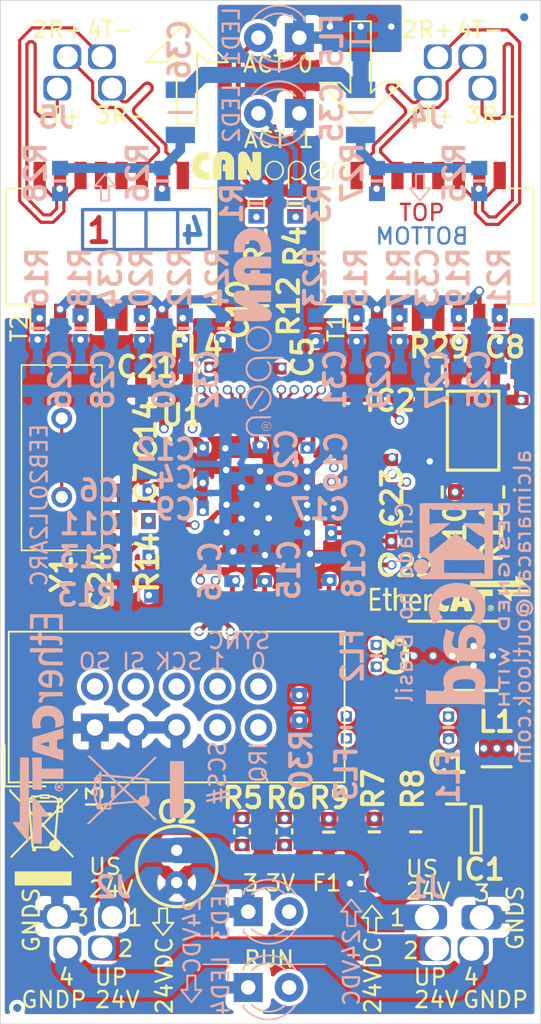
<source format=kicad_pcb>
(kicad_pcb (version 20171130) (host pcbnew "(5.1.5)-3")
  (title_block (title "Escravo Ethercat Nacional") (rev 1.0) (company 2ARC) (comment 1 marcoadeoli@outlook.com))
  (layers (0 F.Cu mixed) (1 In1.Cu power) (2 In2.Cu power) (31 B.Cu mixed) (34 B.Paste user) (35 F.Paste user) (36 B.SilkS user) (37 F.SilkS user) (38 B.Mask user) (39 F.Mask user) (44 Edge.Cuts user))
  (net 0 "")
  (net 1 "Net-(C2-Pad1)")
  (net 2 "Net-(C12-Pad1)")
  (net 3 "Net-(C10-Pad1)")
  (net 4 "Net-(C20-Pad1)")
  (net 5 "Net-(C24-Pad1)")
  (net 6 "Net-(C33-Pad2)")
  (net 7 "Net-(C34-Pad2)")
  (net 8 "Net-(IC2-Pad1)")
  (net 9 "Net-(IC2-Pad5)")
  (net 10 "Net-(IC2-Pad6)")
  (net 11 "Net-(J3-Pad4)")
  (net 12 /J1T+)
  (net 13 /J1R+)
  (net 14 /J1R-)
  (net 15 /J1T-)
  (net 16 /J2T+)
  (net 17 /J2R+)
  (net 18 /J2R-)
  (net 19 /J2T-)
  (net 20 "Net-(R1-Pad1)")
  (net 21 "Net-(R3-Pad1)")
  (net 22 "Net-(R6-Pad1)")
  (net 23 "Net-(R12-Pad1)")
  (net 24 "Net-(R13-Pad1)")
  (net 25 /T1T+)
  (net 26 /T2T+)
  (net 27 /T1T-)
  (net 28 /T2T-)
  (net 29 /T1R+)
  (net 30 /T2R+)
  (net 31 /T1R-)
  (net 32 /T2R-)
  (net 33 "Net-(R25-Pad1)")
  (net 34 "Net-(R26-Pad1)")
  (net 35 "Net-(R27-Pad1)")
  (net 36 "Net-(R28-Pad1)")
  (net 37 "Net-(T1-Pad12)")
  (net 38 "Net-(T1-Pad13)")
  (net 39 "Net-(T1-Pad5)")
  (net 40 "Net-(T1-Pad4)")
  (net 41 "Net-(T2-Pad12)")
  (net 42 "Net-(T2-Pad13)")
  (net 43 "Net-(T2-Pad5)")
  (net 44 "Net-(T2-Pad4)")
  (net 45 "Net-(U1-Pad3)")
  (net 46 "Net-(U1-Pad12)")
  (net 47 "Net-(U1-Pad15)")
  (net 48 "Net-(U1-Pad16)")
  (net 49 "Net-(U1-Pad21)")
  (net 50 "Net-(U1-Pad22)")
  (net 51 "Net-(U1-Pad23)")
  (net 52 "Net-(U1-Pad25)")
  (net 53 "Net-(U1-Pad26)")
  (net 54 "Net-(U1-Pad27)")
  (net 55 "Net-(U1-Pad28)")
  (net 56 "Net-(U1-Pad29)")
  (net 57 "Net-(U1-Pad30)")
  (net 58 "Net-(U1-Pad31)")
  (net 59 "Net-(U1-Pad33)")
  (net 60 "Net-(U1-Pad35)")
  (net 61 "Net-(U1-Pad36)")
  (net 62 "Net-(U1-Pad39)")
  (net 63 "Net-(U1-Pad40)")
  (net 64 "Net-(U1-Pad49)")
  (net 65 "Net-(C19-Pad1)")
  (net 66 "Net-(C21-Pad1)")
  (net 67 "Net-(C1-Pad1)")
  (net 68 "Net-(C1-Pad2)")
  (net 69 "Net-(IC1-Pad3)")
  (net 70 "Net-(LED1-Pad2)")
  (net 71 "Net-(LED2-Pad2)")
  (net 72 "Net-(LED3-Pad2)")
  (net 73 "Net-(LED4-Pad2)")
  (net 74 "Net-(C35-Pad2)")
  (net 75 "Net-(C36-Pad2)")
  (net 76 GND)
  (net 77 GNDPWR)
  (net 78 +3V3)
  (net 79 "Net-(J1-Pad2)")
  (net 80 "Net-(J1-Pad4)")
  (net 81 /OSC+)
  (net 82 /OSC-)
  (net 83 "Net-(J3-Pad2)")
  (net 84 "Net-(J3-Pad8)")
  (net 85 "Net-(J3-Pad6)")
  (net 86 "Net-(J3-Pad10)")
  (net 87 "Net-(J3-Pad9)")
  (net 88 "Net-(J3-Pad7)")
  (net 89 "Net-(F1-Pad2)")
  (module EEN60002020:CANopenLogo_10.2X2.9mm (layer F.Cu) (at 151.8412 73.9394)
    (fp_text reference G*** hide)
    (fp_text value LOGO hide)
  )
  (module EEN60002020:CANopenLogo (layer B.Cu) (at 151.0284 84.0994 270)
    (fp_text reference G*** hide)
    (fp_text value LOGO hide)
  )
  (module EEN60002020:EthercatLogo_10.4X2.7mm (layer F.Cu) (at 163.068 100.2538)
    (fp_text reference G*** hide)
    (fp_text value LOGO hide)
  )
  (module EEN60002020:EthercatLogo (layer B.Cu) (at 137.414 108.712 270)
    (fp_text reference G*** hide)
    (fp_text value LOGO hide)
  )
  (module Fiducial:Fiducial_0.5mm_Mask1mm (layer B.Cu) (at 136.144 125.984)
    (fp_text reference REF** hide)
    (fp_text value Fiducial_0.5mm_Mask1mm hide)
    (pad "" smd circle (at 0 0) (size 0.5 0.5) (layers B.Cu B.Mask) (clearance 0.25))
  )
  (module Fiducial:Fiducial_0.5mm_Mask1mm (layer F.Cu) (at 136.144 125.984)
    (fp_text reference REF** hide)
    (fp_text value Fiducial_0.5mm_Mask1mm hide)
    (pad "" smd circle (at 0 0) (size 0.5 0.5) (layers F.Cu F.Mask) (clearance 0.25))
  )
  (module Fiducial:Fiducial_0.5mm_Mask1mm (layer B.Cu) (at 167.64 64.516)
    (fp_text reference REF** hide)
    (fp_text value Fiducial_0.5mm_Mask1mm hide)
    (pad "" smd circle (at 0 0) (size 0.5 0.5) (layers B.Cu B.Mask) (clearance 0.25))
  )
  (module Fiducial:Fiducial_0.5mm_Mask1mm (layer F.Cu) (at 167.64 64.516)
    (fp_text reference REF** hide)
    (fp_text value Fiducial_0.5mm_Mask1mm hide)
    (pad "" smd circle (at 0 0) (size 0.5 0.5) (layers F.Cu F.Mask) (clearance 0.25))
  )
  (module Fuse:Fuse_0603_1608Metric (layer F.Cu) (at 157.607 118.237)
    (fp_text reference F1 (at -2.2352 0) (layer F.SilkS))
    (fp_text value "0603 0R")
    (pad 2 smd roundrect (at 0.7875 0) (size 0.875 0.95) (layers F.Cu F.Paste F.Mask) (net 89 "Net-(F1-Pad2)"))
    (pad 1 smd roundrect (at -0.7875 0) (size 0.875 0.95) (layers F.Cu F.Paste F.Mask) (net 1 "Net-(C2-Pad1)"))
  )
  (module Symbol:WEEE-Logo_4.2x6mm_SilkScreen (layer B.Cu) (at 143.4846 112.4458 270)
    (fp_text reference REF** hide)
    (fp_text value WEEE-Logo_4.2x6mm_SilkScreen hide)
  )
  (module Symbol:KiCad-Logo2_5mm_SilkScreen (layer B.Cu) (at 163.7538 100.9396 270)
    (fp_text reference REF** hide)
    (fp_text value KiCad-Logo2_5mm_SilkScreen hide)
  )
  (module Symbol:WEEE-Logo_4.2x6mm_SilkScreen (layer F.Cu) (at 137.7696 115.3668)
    (fp_text reference REF** hide)
    (fp_text value WEEE-Logo_4.2x6mm_SilkScreen hide)
  )
  (module EEN60002020:T4040034041000 (layer B.Cu) (at 163.2966 120.36)
    (fp_text reference J1 (at -1.7526 -1.869) (layer B.SilkS) (effects (font (size 1.27 1.27) (thickness 0.254)) (justify mirror)))
    (fp_text value T4040034041-000 hide)
    (pad 4 thru_hole roundrect (at 1.075 1.95) (size 1.93 1.53) (drill 1.5 (offset 0.1 0)) (layers *.Cu *.Mask) (net 80 "Net-(J1-Pad4)"))
    (pad 3 thru_hole roundrect (at 1.7 0) (size 2.5 1.53) (drill 1.5) (layers *.Cu *.Mask) (net 76 GND))
    (pad 2 thru_hole roundrect (at -1.075 1.95) (size 1.93 1.53) (drill 1.5 (offset -0.1 0)) (layers *.Cu *.Mask) (net 79 "Net-(J1-Pad2)"))
    (pad 1 thru_hole roundrect (at -1.7 0) (size 2.5 1.53) (drill 1.5) (layers *.Cu *.Mask) (net 1 "Net-(C2-Pad1)"))
  )
  (module EEN60002020:RESC1608X55N (layer B.Cu) (at 153.67 107.3658 90)
    (fp_text reference R30 (at -3.229429 0.127 90) (layer B.SilkS) (effects (font (size 1.27 1.27) (thickness 0.254)) (justify mirror)))
    (fp_text value "0603 4.7K" hide)
    (pad 1 smd rect (at -0.8 0 90) (size 0.9 1) (layers B.Cu B.Paste B.Mask) (net 78 +3V3))
    (pad 2 smd rect (at 0.8 0 90) (size 0.9 1) (layers B.Cu B.Paste B.Mask) (net 87 "Net-(J3-Pad9)"))
  )
  (module Connector_IDC:IDC-Header_2x05_P2.54mm_Vertical (layer F.Cu) (at 140.97 108.585 90)
    (fp_text reference J3 (at -4.445 0 270) (layer F.SilkS))
    (fp_text value Conn_02x05_Odd_Even)
    (pad 10 thru_hole oval (at 2.54 10.16 90) (size 1.7272 1.7272) (drill 1.016) (layers *.Cu *.Mask) (net 86 "Net-(J3-Pad10)"))
    (pad 9 thru_hole oval (at 0 10.16 90) (size 1.7272 1.7272) (drill 1.016) (layers *.Cu *.Mask) (net 87 "Net-(J3-Pad9)"))
    (pad 8 thru_hole oval (at 2.54 7.62 90) (size 1.7272 1.7272) (drill 1.016) (layers *.Cu *.Mask) (net 84 "Net-(J3-Pad8)"))
    (pad 7 thru_hole oval (at 0 7.62 90) (size 1.7272 1.7272) (drill 1.016) (layers *.Cu *.Mask) (net 88 "Net-(J3-Pad7)"))
    (pad 6 thru_hole oval (at 2.54 5.08 90) (size 1.7272 1.7272) (drill 1.016) (layers *.Cu *.Mask) (net 85 "Net-(J3-Pad6)"))
    (pad 5 thru_hole oval (at 0 5.08 90) (size 1.7272 1.7272) (drill 1.016) (layers *.Cu *.Mask) (net 76 GND))
    (pad 4 thru_hole oval (at 2.54 2.54 90) (size 1.7272 1.7272) (drill 1.016) (layers *.Cu *.Mask) (net 11 "Net-(J3-Pad4)"))
    (pad 3 thru_hole oval (at 0 2.54 90) (size 1.7272 1.7272) (drill 1.016) (layers *.Cu *.Mask) (net 76 GND))
    (pad 2 thru_hole oval (at 2.54 0 90) (size 1.7272 1.7272) (drill 1.016) (layers *.Cu *.Mask) (net 83 "Net-(J3-Pad2)"))
    (pad 1 thru_hole rect (at 0 0 90) (size 1.7272 1.7272) (drill 1.016) (layers *.Cu *.Mask) (net 76 GND))
  )
  (module EEN60002020:T4041037041000 (layer B.Cu) (at 140.335 121.285)
    (fp_text reference J2 (at 1.778 -2.794) (layer B.SilkS) (effects (font (size 1.27 1.27) (thickness 0.254)) (justify mirror)))
    (fp_text value T4041037041-000 hide)
    (pad 4 thru_hole roundrect (at -1.075 0.975) (size 1.73 1.53) (drill 1.3) (layers *.Cu *.Mask) (net 80 "Net-(J1-Pad4)"))
    (pad 3 thru_hole roundrect (at -1.7 -0.975) (size 1.73 1.53) (drill 1.3) (layers *.Cu *.Mask) (net 76 GND))
    (pad 2 thru_hole roundrect (at 1.075 0.975) (size 1.73 1.53) (drill 1.3) (layers *.Cu *.Mask) (net 79 "Net-(J1-Pad2)"))
    (pad 1 thru_hole roundrect (at 1.7 -0.975) (size 1.73 1.53) (drill 1.3) (layers *.Cu *.Mask) (net 1 "Net-(C2-Pad1)"))
  )
  (module EEN60002020:T4041037041000 (layer B.Cu) (at 163.3466 67.945 180)
    (fp_text reference J4 (at 1.778 -2.794) (layer B.SilkS) (effects (font (size 1.27 1.27) (thickness 0.254)) (justify mirror)))
    (fp_text value T4041037041-000 hide)
    (pad 4 thru_hole roundrect (at -1.075 0.975 180) (size 1.73 1.53) (drill 1.3) (layers *.Cu *.Mask) (net 15 /J1T-))
    (pad 3 thru_hole roundrect (at -1.7 -0.975 180) (size 1.73 1.53) (drill 1.3) (layers *.Cu *.Mask) (net 14 /J1R-))
    (pad 2 thru_hole roundrect (at 1.075 0.975 180) (size 1.73 1.53) (drill 1.3) (layers *.Cu *.Mask) (net 13 /J1R+))
    (pad 1 thru_hole roundrect (at 1.7 -0.975 180) (size 1.73 1.53) (drill 1.3) (layers *.Cu *.Mask) (net 12 /J1T+))
  )
  (module EEN60002020:T4041037041000 (layer B.Cu) (at 140.335 67.945 180)
    (fp_text reference J5 (at 1.778 -2.794) (layer B.SilkS) (effects (font (size 1.27 1.27) (thickness 0.254)) (justify mirror)))
    (fp_text value T4041037041-000 hide)
    (pad 1 thru_hole roundrect (at 1.7 -0.975 180) (size 1.73 1.53) (drill 1.3) (layers *.Cu *.Mask) (net 16 /J2T+))
    (pad 2 thru_hole roundrect (at 1.075 0.975 180) (size 1.73 1.53) (drill 1.3) (layers *.Cu *.Mask) (net 17 /J2R+))
    (pad 3 thru_hole roundrect (at -1.7 -0.975 180) (size 1.73 1.53) (drill 1.3) (layers *.Cu *.Mask) (net 18 /J2R-))
    (pad 4 thru_hole roundrect (at -1.075 0.975 180) (size 1.73 1.53) (drill 1.3) (layers *.Cu *.Mask) (net 19 /J2T-))
  )
  (module EEN60002020:BLM21AG102BH1J (layer B.Cu) (at 157.48 66.04 270)
    (fp_text reference FL5 (at -0.0635 1.778 270) (layer B.SilkS) (effects (font (size 1.27 1.27) (thickness 0.254)) (justify mirror)))
    (fp_text value "0805 330R" hide)
    (pad 2 smd rect (at 0.9 0 270) (size 0.6 1.25) (layers B.Cu B.Paste B.Mask) (net 77 GNDPWR))
    (pad 1 smd rect (at -0.9 0 270) (size 0.6 1.25) (layers B.Cu B.Paste B.Mask) (net 76 GND))
  )
  (module EEN60002020:CAPC3216X135N (layer B.Cu) (at 146.2786 70.4215 270)
    (fp_text reference C36 (at -3.8989 0.0508 270) (layer B.SilkS) (effects (font (size 1.27 1.27) (thickness 0.254)) (justify mirror)))
    (fp_text value "1206 1nF" hide)
    (pad 1 smd rect (at -1.4 0 270) (size 1.02 1.82) (layers B.Cu B.Paste B.Mask) (net 77 GNDPWR))
    (pad 2 smd rect (at 1.4 0 270) (size 1.02 1.82) (layers B.Cu B.Paste B.Mask) (net 75 "Net-(C36-Pad2)"))
  )
  (module EEN60002020:CAPC3216X135N (layer B.Cu) (at 157.48 70.4215 270)
    (fp_text reference C35 (at 0 1.778 270) (layer B.SilkS) (effects (font (size 1.27 1.27) (thickness 0.254)) (justify mirror)))
    (fp_text value "1206 1nF" hide)
    (pad 1 smd rect (at -1.4 0 270) (size 1.02 1.82) (layers B.Cu B.Paste B.Mask) (net 77 GNDPWR))
    (pad 2 smd rect (at 1.4 0 270) (size 1.02 1.82) (layers B.Cu B.Paste B.Mask) (net 74 "Net-(C35-Pad2)"))
  )
  (module EEN60002020:CAPC1608X90N (layer B.Cu) (at 141.986 83.545 90)
    (fp_text reference C34 (at 2.8746 -0.0254 90) (layer B.SilkS) (effects (font (size 1.27 1.27) (thickness 0.254)) (justify mirror)))
    (fp_text value "0603 100nF" hide)
    (pad 1 smd rect (at -0.7 0 90) (size 0.75 0.94) (layers B.Cu B.Paste B.Mask) (net 76 GND))
    (pad 2 smd rect (at 0.7 0 90) (size 0.75 0.94) (layers B.Cu B.Paste B.Mask) (net 7 "Net-(C34-Pad2)"))
  )
  (module EEN60002020:CAPC1608X90N (layer B.Cu) (at 161.671 83.545 90)
    (fp_text reference C33 (at 2.8746 -0.0254 90) (layer B.SilkS) (effects (font (size 1.27 1.27) (thickness 0.254)) (justify mirror)))
    (fp_text value "0603 100nF" hide)
    (pad 1 smd rect (at -0.7 0 90) (size 0.75 0.94) (layers B.Cu B.Paste B.Mask) (net 76 GND))
    (pad 2 smd rect (at 0.7 0 90) (size 0.75 0.94) (layers B.Cu B.Paste B.Mask) (net 6 "Net-(C33-Pad2)"))
  )
  (module EEN60002020:CAPC1608X90N (layer B.Cu) (at 146.558 86.995 270)
    (fp_text reference C32 (at 0 -1.397 90) (layer B.SilkS) (effects (font (size 1.27 1.27) (thickness 0.254)) (justify mirror)))
    (fp_text value "0603 10pF" hide)
    (pad 1 smd rect (at -0.7 0 270) (size 0.75 0.94) (layers B.Cu B.Paste B.Mask) (net 66 "Net-(C21-Pad1)"))
    (pad 2 smd rect (at 0.7 0 270) (size 0.75 0.94) (layers B.Cu B.Paste B.Mask) (net 76 GND))
  )
  (module EEN60002020:CAPC1608X90N (layer B.Cu) (at 157.226 86.995 270)
    (fp_text reference C31 (at 0 1.3335 90) (layer B.SilkS) (effects (font (size 1.27 1.27) (thickness 0.254)) (justify mirror)))
    (fp_text value "0603 10pF" hide)
    (pad 1 smd rect (at -0.7 0 270) (size 0.75 0.94) (layers B.Cu B.Paste B.Mask) (net 65 "Net-(C19-Pad1)"))
    (pad 2 smd rect (at 0.7 0 270) (size 0.75 0.94) (layers B.Cu B.Paste B.Mask) (net 76 GND))
  )
  (module EEN60002020:CAPC1608X90N (layer B.Cu) (at 143.891 86.995 270)
    (fp_text reference C30 (at 0 -1.397 90) (layer B.SilkS) (effects (font (size 1.27 1.27) (thickness 0.254)) (justify mirror)))
    (fp_text value "0603 10pF" hide)
    (pad 1 smd rect (at -0.7 0 270) (size 0.75 0.94) (layers B.Cu B.Paste B.Mask) (net 66 "Net-(C21-Pad1)"))
    (pad 2 smd rect (at 0.7 0 270) (size 0.75 0.94) (layers B.Cu B.Paste B.Mask) (net 76 GND))
  )
  (module EEN60002020:CAPC1608X90N (layer B.Cu) (at 159.893 86.995 270)
    (fp_text reference C29 (at 0 1.27 90) (layer B.SilkS) (effects (font (size 1.27 1.27) (thickness 0.254)) (justify mirror)))
    (fp_text value "0603 10pF" hide)
    (pad 1 smd rect (at -0.7 0 270) (size 0.75 0.94) (layers B.Cu B.Paste B.Mask) (net 65 "Net-(C19-Pad1)"))
    (pad 2 smd rect (at 0.7 0 270) (size 0.75 0.94) (layers B.Cu B.Paste B.Mask) (net 76 GND))
  )
  (module EEN60002020:CAPC1608X90N (layer B.Cu) (at 140.081 86.995 270)
    (fp_text reference C28 (at 0 -1.397 90) (layer B.SilkS) (effects (font (size 1.27 1.27) (thickness 0.254)) (justify mirror)))
    (fp_text value "0603 10pF" hide)
    (pad 1 smd rect (at -0.7 0 270) (size 0.75 0.94) (layers B.Cu B.Paste B.Mask) (net 66 "Net-(C21-Pad1)"))
    (pad 2 smd rect (at 0.7 0 270) (size 0.75 0.94) (layers B.Cu B.Paste B.Mask) (net 76 GND))
  )
  (module EEN60002020:CAPC1608X90N (layer B.Cu) (at 163.576 86.995 270)
    (fp_text reference C27 (at 0 1.3335 90) (layer B.SilkS) (effects (font (size 1.27 1.27) (thickness 0.254)) (justify mirror)))
    (fp_text value "0603 10pF" hide)
    (pad 1 smd rect (at -0.7 0 270) (size 0.75 0.94) (layers B.Cu B.Paste B.Mask) (net 65 "Net-(C19-Pad1)"))
    (pad 2 smd rect (at 0.7 0 270) (size 0.75 0.94) (layers B.Cu B.Paste B.Mask) (net 76 GND))
  )
  (module EEN60002020:CAPC1608X90N (layer B.Cu) (at 137.414 86.995 270)
    (fp_text reference C26 (at 0 -1.397 90) (layer B.SilkS) (effects (font (size 1.27 1.27) (thickness 0.254)) (justify mirror)))
    (fp_text value "0603 10pF" hide)
    (pad 1 smd rect (at -0.7 0 270) (size 0.75 0.94) (layers B.Cu B.Paste B.Mask) (net 66 "Net-(C21-Pad1)"))
    (pad 2 smd rect (at 0.7 0 270) (size 0.75 0.94) (layers B.Cu B.Paste B.Mask) (net 76 GND))
  )
  (module EEN60002020:CAPC1608X90N (layer B.Cu) (at 166.116 86.995 270)
    (fp_text reference C25 (at 0 1.27 90) (layer B.SilkS) (effects (font (size 1.27 1.27) (thickness 0.254)) (justify mirror)))
    (fp_text value "0603 10pF" hide)
    (pad 1 smd rect (at -0.7 0 270) (size 0.75 0.94) (layers B.Cu B.Paste B.Mask) (net 65 "Net-(C19-Pad1)"))
    (pad 2 smd rect (at 0.7 0 270) (size 0.75 0.94) (layers B.Cu B.Paste B.Mask) (net 76 GND))
  )
  (module EEN60002020:CAPC1608X90N (layer F.Cu) (at 144.5514 87.7316 180)
    (fp_text reference C21 (at 0.381 1.524) (layer F.SilkS) (effects (font (size 1.27 1.27) (thickness 0.254))))
    (fp_text value "0603 100nF" hide)
    (pad 1 smd rect (at -0.7 0 180) (size 0.75 0.94) (layers F.Cu F.Paste F.Mask) (net 66 "Net-(C21-Pad1)"))
    (pad 2 smd rect (at 0.7 0 180) (size 0.75 0.94) (layers F.Cu F.Paste F.Mask) (net 76 GND))
  )
  (module EEN60002020:CAPC1608X90N (layer B.Cu) (at 151.2316 91.9226 270)
    (fp_text reference C20 (at 0 -1.651 90) (layer B.SilkS) (effects (font (size 1.27 1.27) (thickness 0.254)) (justify mirror)))
    (fp_text value "0603 100nF" hide)
    (pad 1 smd rect (at -0.7 0 270) (size 0.75 0.94) (layers B.Cu B.Paste B.Mask) (net 4 "Net-(C20-Pad1)"))
    (pad 2 smd rect (at 0.7 0 270) (size 0.75 0.94) (layers B.Cu B.Paste B.Mask) (net 76 GND))
  )
  (module EEN60002020:CAPC1608X90N (layer B.Cu) (at 154.2034 91.9226 270)
    (fp_text reference C19 (at 0.1778 -1.7526 90) (layer B.SilkS) (effects (font (size 1.27 1.27) (thickness 0.254)) (justify mirror)))
    (fp_text value "0603 100nF" hide)
    (pad 1 smd rect (at -0.7 0 270) (size 0.75 0.94) (layers B.Cu B.Paste B.Mask) (net 65 "Net-(C19-Pad1)"))
    (pad 2 smd rect (at 0.7 0 270) (size 0.75 0.94) (layers B.Cu B.Paste B.Mask) (net 76 GND))
  )
  (module EEN60002020:CAPC1608X90N (layer F.Cu) (at 160.0835 97.028)
    (fp_text reference C22 (at 0.189 1.524) (layer F.SilkS) (effects (font (size 1.27 1.27) (thickness 0.254))))
    (fp_text value "0603 100nF" hide)
    (pad 1 smd rect (at -0.7 0) (size 0.75 0.94) (layers F.Cu F.Paste F.Mask) (net 78 +3V3))
    (pad 2 smd rect (at 0.7 0) (size 0.75 0.94) (layers F.Cu F.Paste F.Mask) (net 76 GND))
  )
  (module EEN60002020:RESC1608X55N (layer F.Cu) (at 162.56 86.487)
    (fp_text reference R29 (at -0.2032 -1.4986) (layer F.SilkS) (effects (font (size 1.27 1.27) (thickness 0.254))))
    (fp_text value "0603 4.7K" hide)
    (pad 1 smd rect (at -0.8 0) (size 0.9 1) (layers F.Cu F.Paste F.Mask) (net 8 "Net-(IC2-Pad1)"))
    (pad 2 smd rect (at 0.8 0) (size 0.9 1) (layers F.Cu F.Paste F.Mask) (net 76 GND))
  )
  (module EEN60002020:RESC1608X55N (layer B.Cu) (at 138.811 74.676 90)
    (fp_text reference R28 (at 0.5007 -1.524 90) (layer B.SilkS) (effects (font (size 1.27 1.27) (thickness 0.254)) (justify mirror)))
    (fp_text value "0603 75R" hide)
    (pad 2 smd rect (at 0.8 0 90) (size 0.9 1) (layers B.Cu B.Paste B.Mask) (net 75 "Net-(C36-Pad2)"))
    (pad 1 smd rect (at -0.8 0 90) (size 0.9 1) (layers B.Cu B.Paste B.Mask) (net 36 "Net-(R28-Pad1)"))
  )
  (module EEN60002020:RESC1608X55N (layer B.Cu) (at 158.496 74.676 90)
    (fp_text reference R27 (at 0.5007 -1.533 90) (layer B.SilkS) (effects (font (size 1.27 1.27) (thickness 0.254)) (justify mirror)))
    (fp_text value "0603 75R" hide)
    (pad 2 smd rect (at 0.8 0 90) (size 0.9 1) (layers B.Cu B.Paste B.Mask) (net 74 "Net-(C35-Pad2)"))
    (pad 1 smd rect (at -0.8 0 90) (size 0.9 1) (layers B.Cu B.Paste B.Mask) (net 35 "Net-(R27-Pad1)"))
  )
  (module EEN60002020:RESC1608X55N (layer B.Cu) (at 145.161 74.676 90)
    (fp_text reference R26 (at 0.5007 -1.524 90) (layer B.SilkS) (effects (font (size 1.27 1.27) (thickness 0.254)) (justify mirror)))
    (fp_text value "0603 75R" hide)
    (pad 1 smd rect (at -0.8 0 90) (size 0.9 1) (layers B.Cu B.Paste B.Mask) (net 34 "Net-(R26-Pad1)"))
    (pad 2 smd rect (at 0.8 0 90) (size 0.9 1) (layers B.Cu B.Paste B.Mask) (net 75 "Net-(C36-Pad2)"))
  )
  (module EEN60002020:RESC1608X55N (layer B.Cu) (at 164.846 74.676 90)
    (fp_text reference R25 (at 0.5007 -1.533 90) (layer B.SilkS) (effects (font (size 1.27 1.27) (thickness 0.254)) (justify mirror)))
    (fp_text value "0603 75R" hide)
    (pad 2 smd rect (at 0.8 0 90) (size 0.9 1) (layers B.Cu B.Paste B.Mask) (net 74 "Net-(C35-Pad2)"))
    (pad 1 smd rect (at -0.8 0 90) (size 0.9 1) (layers B.Cu B.Paste B.Mask) (net 33 "Net-(R25-Pad1)"))
  )
  (module EEN60002020:RESC1608X55N (layer B.Cu) (at 148.971 83.82 90)
    (fp_text reference R24 (at 3.175 -0.381 90) (layer B.SilkS) (effects (font (size 1.27 1.27) (thickness 0.254)) (justify mirror)))
    (fp_text value "0603 0R" hide)
    (pad 1 smd rect (at -0.8 0 90) (size 0.9 1) (layers B.Cu B.Paste B.Mask) (net 66 "Net-(C21-Pad1)"))
    (pad 2 smd rect (at 0.8 0 90) (size 0.9 1) (layers B.Cu B.Paste B.Mask) (net 7 "Net-(C34-Pad2)"))
  )
  (module EEN60002020:RESC1608X55N (layer B.Cu) (at 154.686 83.82 90)
    (fp_text reference R23 (at 3.1496 -0.0254 90) (layer B.SilkS) (effects (font (size 1.27 1.27) (thickness 0.254)) (justify mirror)))
    (fp_text value "0603 0R" hide)
    (pad 1 smd rect (at -0.8 0 90) (size 0.9 1) (layers B.Cu B.Paste B.Mask) (net 65 "Net-(C19-Pad1)"))
    (pad 2 smd rect (at 0.8 0 90) (size 0.9 1) (layers B.Cu B.Paste B.Mask) (net 6 "Net-(C33-Pad2)"))
  )
  (module EEN60002020:RESC1608X55N (layer B.Cu) (at 146.558 83.82 90)
    (fp_text reference R22 (at 3.175 -0.3048 90) (layer B.SilkS) (effects (font (size 1.27 1.27) (thickness 0.254)) (justify mirror)))
    (fp_text value "0603 49.9R" hide)
    (pad 1 smd rect (at -0.8 0 90) (size 0.9 1) (layers B.Cu B.Paste B.Mask) (net 66 "Net-(C21-Pad1)"))
    (pad 2 smd rect (at 0.8 0 90) (size 0.9 1) (layers B.Cu B.Paste B.Mask) (net 32 /T2R-))
  )
  (module EEN60002020:RESC1608X55N (layer B.Cu) (at 166.116 83.82 90)
    (fp_text reference R21 (at 3.1496 -0.0254 90) (layer B.SilkS) (effects (font (size 1.27 1.27) (thickness 0.254)) (justify mirror)))
    (fp_text value "0603 49.9R" hide)
    (pad 1 smd rect (at -0.8 0 90) (size 0.9 1) (layers B.Cu B.Paste B.Mask) (net 65 "Net-(C19-Pad1)"))
    (pad 2 smd rect (at 0.8 0 90) (size 0.9 1) (layers B.Cu B.Paste B.Mask) (net 31 /T1R-))
  )
  (module EEN60002020:RESC1608X55N (layer B.Cu) (at 143.891 83.82 90)
    (fp_text reference R20 (at 3.1496 -0.0254 270) (layer B.SilkS) (effects (font (size 1.27 1.27) (thickness 0.254)) (justify mirror)))
    (fp_text value "0603 49.9R" hide)
    (pad 1 smd rect (at -0.8 0 90) (size 0.9 1) (layers B.Cu B.Paste B.Mask) (net 66 "Net-(C21-Pad1)"))
    (pad 2 smd rect (at 0.8 0 90) (size 0.9 1) (layers B.Cu B.Paste B.Mask) (net 30 /T2R+))
  )
  (module EEN60002020:RESC1608X55N (layer B.Cu) (at 163.576 83.82 90)
    (fp_text reference R19 (at 3.1496 -0.0254 90) (layer B.SilkS) (effects (font (size 1.27 1.27) (thickness 0.254)) (justify mirror)))
    (fp_text value "0603 49.9R" hide)
    (pad 1 smd rect (at -0.8 0 90) (size 0.9 1) (layers B.Cu B.Paste B.Mask) (net 65 "Net-(C19-Pad1)"))
    (pad 2 smd rect (at 0.8 0 90) (size 0.9 1) (layers B.Cu B.Paste B.Mask) (net 29 /T1R+))
  )
  (module EEN60002020:RESC1608X55N (layer B.Cu) (at 140.081 83.82 90)
    (fp_text reference R18 (at 3.1496 -0.0254 90) (layer B.SilkS) (effects (font (size 1.27 1.27) (thickness 0.254)) (justify mirror)))
    (fp_text value "0603 49.9R" hide)
    (pad 1 smd rect (at -0.8 0 90) (size 0.9 1) (layers B.Cu B.Paste B.Mask) (net 66 "Net-(C21-Pad1)"))
    (pad 2 smd rect (at 0.8 0 90) (size 0.9 1) (layers B.Cu B.Paste B.Mask) (net 28 /T2T-))
  )
  (module EEN60002020:RESC1608X55N (layer B.Cu) (at 159.893 83.82 90)
    (fp_text reference R17 (at 3.1496 -0.0254 90) (layer B.SilkS) (effects (font (size 1.27 1.27) (thickness 0.254)) (justify mirror)))
    (fp_text value "0603 49.9R" hide)
    (pad 1 smd rect (at -0.8 0 90) (size 0.9 1) (layers B.Cu B.Paste B.Mask) (net 65 "Net-(C19-Pad1)"))
    (pad 2 smd rect (at 0.8 0 90) (size 0.9 1) (layers B.Cu B.Paste B.Mask) (net 27 /T1T-))
  )
  (module EEN60002020:RESC1608X55N (layer B.Cu) (at 137.414 83.82 90)
    (fp_text reference R16 (at 3.1496 -0.0254 90) (layer B.SilkS) (effects (font (size 1.27 1.27) (thickness 0.254)) (justify mirror)))
    (fp_text value "0603 49.9R" hide)
    (pad 1 smd rect (at -0.8 0 90) (size 0.9 1) (layers B.Cu B.Paste B.Mask) (net 66 "Net-(C21-Pad1)"))
    (pad 2 smd rect (at 0.8 0 90) (size 0.9 1) (layers B.Cu B.Paste B.Mask) (net 26 /T2T+))
  )
  (module EEN60002020:RESC1608X55N (layer B.Cu) (at 157.226 83.82 90)
    (fp_text reference R15 (at 3.1496 -0.0254 90) (layer B.SilkS) (effects (font (size 1.27 1.27) (thickness 0.254)) (justify mirror)))
    (fp_text value "0603 49.9R" hide)
    (pad 1 smd rect (at -0.8 0 90) (size 0.9 1) (layers B.Cu B.Paste B.Mask) (net 65 "Net-(C19-Pad1)"))
    (pad 2 smd rect (at 0.8 0 90) (size 0.9 1) (layers B.Cu B.Paste B.Mask) (net 25 /T1T+))
  )
  (module EEN60002020:RESC1608X55N (layer F.Cu) (at 143.4973 95.7834 180)
    (fp_text reference R14 (at -0.7747 -2.5654 270) (layer F.SilkS) (effects (font (size 1.27 1.27) (thickness 0.254))))
    (fp_text value "0603 10K" hide)
    (pad 1 smd rect (at -0.8 0 180) (size 0.9 1) (layers F.Cu F.Paste F.Mask) (net 78 +3V3))
    (pad 2 smd rect (at 0.8 0 180) (size 0.9 1) (layers F.Cu F.Paste F.Mask) (net 5 "Net-(C24-Pad1)"))
  )
  (module EEN60002020:RESC1608X55N (layer B.Cu) (at 143.6878 100.3554 180)
    (fp_text reference R13 (at 3.2004 -0.0254 180) (layer B.SilkS) (effects (font (size 1.27 1.27) (thickness 0.254)) (justify mirror)))
    (fp_text value "0603 10K" hide)
    (pad 1 smd rect (at -0.8 0 180) (size 0.9 1) (layers B.Cu B.Paste B.Mask) (net 24 "Net-(R13-Pad1)"))
    (pad 2 smd rect (at 0.8 0 180) (size 0.9 1) (layers B.Cu B.Paste B.Mask) (net 76 GND))
  )
  (module EEN60002020:RESC1608X55N (layer F.Cu) (at 151.4094 82.423 90)
    (fp_text reference R12 (at -0.0254 1.6002 90) (layer F.SilkS) (effects (font (size 1.27 1.27) (thickness 0.254))))
    (fp_text value "0603 12.1K" hide)
    (pad 1 smd rect (at -0.8 0 90) (size 0.9 1) (layers F.Cu F.Paste F.Mask) (net 23 "Net-(R12-Pad1)"))
    (pad 2 smd rect (at 0.8 0 90) (size 0.9 1) (layers F.Cu F.Paste F.Mask) (net 76 GND))
  )
  (module EEN60002020:RESC1608X55N (layer F.Cu) (at 166.37 93.98)
    (fp_text reference R11 (at -0.7366 2.54 270) (layer F.SilkS) (effects (font (size 1.27 1.27) (thickness 0.254))))
    (fp_text value "0603 2.2K" hide)
    (pad 1 smd rect (at -0.8 0) (size 0.9 1) (layers F.Cu F.Paste F.Mask) (net 78 +3V3))
    (pad 2 smd rect (at 0.8 0) (size 0.9 1) (layers F.Cu F.Paste F.Mask) (net 9 "Net-(IC2-Pad5)"))
  )
  (module EEN60002020:RESC1608X55N (layer F.Cu) (at 162.5473 93.98 180)
    (fp_text reference R10 (at -0.8001 -2.54 270) (layer F.SilkS) (effects (font (size 1.27 1.27) (thickness 0.254))))
    (fp_text value "0603 2.2K" hide)
    (pad 1 smd rect (at -0.8 0 180) (size 0.9 1) (layers F.Cu F.Paste F.Mask) (net 78 +3V3))
    (pad 2 smd rect (at 0.8 0 180) (size 0.9 1) (layers F.Cu F.Paste F.Mask) (net 10 "Net-(IC2-Pad6)"))
  )
  (module EEN60002020:RESC1608X55N (layer F.Cu) (at 155.4988 115.0746 270)
    (fp_text reference R9 (at -2.1208 -0.0508 180) (layer F.SilkS) (effects (font (size 1.27 1.27) (thickness 0.254))))
    (fp_text value "0603 10K" hide)
    (pad 2 smd rect (at 0.8 0 270) (size 0.9 1) (layers F.Cu F.Paste F.Mask) (net 76 GND))
    (pad 1 smd rect (at -0.8 0 270) (size 0.9 1) (layers F.Cu F.Paste F.Mask) (net 22 "Net-(R6-Pad1)"))
  )
  (module EEN60002020:RESC1608X55N (layer F.Cu) (at 160.909 115.062 270)
    (fp_text reference R8 (at -2.667 0.1905 90) (layer F.SilkS) (effects (font (size 1.27 1.27) (thickness 0.254))))
    (fp_text value "0603 22.1K" hide)
    (pad 1 smd rect (at -0.8 0 270) (size 0.9 1) (layers F.Cu F.Paste F.Mask) (net 76 GND))
    (pad 2 smd rect (at 0.8 0 270) (size 0.9 1) (layers F.Cu F.Paste F.Mask) (net 69 "Net-(IC1-Pad3)"))
  )
  (module EEN60002020:RESC1608X55N (layer F.Cu) (at 158.3275 115.062 270)
    (fp_text reference R7 (at -2.667 0.0635 270) (layer F.SilkS) (effects (font (size 1.27 1.27) (thickness 0.254))))
    (fp_text value "0603 51K" hide)
    (pad 2 smd rect (at 0.8 0 270) (size 0.9 1) (layers F.Cu F.Paste F.Mask) (net 69 "Net-(IC1-Pad3)"))
    (pad 1 smd rect (at -0.8 0 270) (size 0.9 1) (layers F.Cu F.Paste F.Mask) (net 78 +3V3))
  )
  (module EEN60002020:RESC1608X60N (layer F.Cu) (at 152.7457 115.035599 270)
    (fp_text reference R6 (at -2.081799 -0.1115 180) (layer F.SilkS) (effects (font (size 1.27 1.27) (thickness 0.254))))
    (fp_text value "0603 1K" hide)
    (pad 1 smd rect (at -0.8382 0 270) (size 0.762 0.9398) (layers F.Cu F.Paste F.Mask) (net 22 "Net-(R6-Pad1)"))
    (pad 2 smd rect (at 0.8382 0 270) (size 0.762 0.9398) (layers F.Cu F.Paste F.Mask) (net 73 "Net-(LED4-Pad2)"))
  )
  (module EEN60002020:RESC1608X60N (layer F.Cu) (at 150.114 115.035599 270)
    (fp_text reference R5 (at -2.081799 -0.0508 180) (layer F.SilkS) (effects (font (size 1.27 1.27) (thickness 0.254))))
    (fp_text value "0603 1K" hide)
    (pad 1 smd rect (at -0.8382 0 270) (size 0.762 0.9398) (layers F.Cu F.Paste F.Mask) (net 78 +3V3))
    (pad 2 smd rect (at 0.8382 0 270) (size 0.762 0.9398) (layers F.Cu F.Paste F.Mask) (net 72 "Net-(LED3-Pad2)"))
  )
  (module EEN60002020:RESC1608X55N (layer F.Cu) (at 153.416 76.073 90)
    (fp_text reference R4 (at -2.667 0 90) (layer F.SilkS) (effects (font (size 1.27 1.27) (thickness 0.254))))
    (fp_text value "0603 10K" hide)
    (pad 1 smd rect (at -0.8 0 90) (size 0.9 1) (layers F.Cu F.Paste F.Mask) (net 21 "Net-(R3-Pad1)"))
    (pad 2 smd rect (at 0.8 0 90) (size 0.9 1) (layers F.Cu F.Paste F.Mask) (net 76 GND))
  )
  (module EEN60002020:RESC1608X60N (layer B.Cu) (at 153.416 76.073 90)
    (fp_text reference R3 (at 0 1.524 270) (layer B.SilkS) (effects (font (size 1.27 1.27) (thickness 0.254)) (justify mirror)))
    (fp_text value "0603 1K" hide)
    (pad 1 smd rect (at -0.8382 0 90) (size 0.762 0.9398) (layers B.Cu B.Paste B.Mask) (net 21 "Net-(R3-Pad1)"))
    (pad 2 smd rect (at 0.8382 0 90) (size 0.762 0.9398) (layers B.Cu B.Paste B.Mask) (net 71 "Net-(LED2-Pad2)"))
  )
  (module EEN60002020:RESC1608X60N (layer F.Cu) (at 151.003 76.073 90)
    (fp_text reference R2 (at -2.667 0 90) (layer F.SilkS) (effects (font (size 1.27 1.27) (thickness 0.254))))
    (fp_text value "0603 1K" hide)
    (pad 1 smd rect (at -0.8382 0 90) (size 0.762 0.9398) (layers F.Cu F.Paste F.Mask) (net 20 "Net-(R1-Pad1)"))
    (pad 2 smd rect (at 0.8382 0 90) (size 0.762 0.9398) (layers F.Cu F.Paste F.Mask) (net 70 "Net-(LED1-Pad2)"))
  )
  (module EEN60002020:RESC1608X55N (layer B.Cu) (at 151.003 76.073 90)
    (fp_text reference R1 (at 0 -1.524 270) (layer B.SilkS) (effects (font (size 1.27 1.27) (thickness 0.254)) (justify mirror)))
    (fp_text value "0603 10K" hide)
    (pad 1 smd rect (at -0.8 0 90) (size 0.9 1) (layers B.Cu B.Paste B.Mask) (net 20 "Net-(R1-Pad1)"))
    (pad 2 smd rect (at 0.8 0 90) (size 0.9 1) (layers B.Cu B.Paste B.Mask) (net 76 GND))
  )
  (module EEN60002020:INDC2520X120N (layer F.Cu) (at 165.9255 111.0234 90)
    (fp_text reference L1 (at 2.794 0 180) (layer F.SilkS) (effects (font (size 1.27 1.27) (thickness 0.254))))
    (fp_text value "1008 6.8uH" hide)
    (pad 1 smd rect (at -1.15 0 90) (size 1.15 2.2) (layers F.Cu F.Paste F.Mask) (net 67 "Net-(C1-Pad1)"))
    (pad 2 smd rect (at 1.15 0 90) (size 1.15 2.2) (layers F.Cu F.Paste F.Mask) (net 78 +3V3))
  )
  (module EEN60002020:BLM18AG102BH1D (layer F.Cu) (at 147.4216 86.233 180)
    (fp_text reference FL4 (at 0.1778 1.27 180) (layer F.SilkS) (effects (font (size 1.27 1.27) (thickness 0.254))))
    (fp_text value "0603 33R" hide)
    (pad 1 smd rect (at -0.675 0 180) (size 0.65 0.7) (layers F.Cu F.Paste F.Mask) (net 3 "Net-(C10-Pad1)"))
    (pad 2 smd rect (at 0.675 0 180) (size 0.65 0.7) (layers F.Cu F.Paste F.Mask) (net 2 "Net-(C12-Pad1)"))
  )
  (module EEN60002020:BLM18AG102BH1D (layer B.Cu) (at 156.591 108.585 90)
    (fp_text reference FL3 (at -2.8702 0 270) (layer B.SilkS) (effects (font (size 1.27 1.27) (thickness 0.254)) (justify mirror)))
    (fp_text value "0603 33R" hide)
    (pad 1 smd rect (at -0.675 0 90) (size 0.65 0.7) (layers B.Cu B.Paste B.Mask) (net 66 "Net-(C21-Pad1)"))
    (pad 2 smd rect (at 0.675 0 90) (size 0.65 0.7) (layers B.Cu B.Paste B.Mask) (net 78 +3V3))
  )
  (module EEN60002020:BLM18AG102BH1D (layer B.Cu) (at 158.4452 104.14 90)
    (fp_text reference FL2 (at 0 -1.4732 90) (layer B.SilkS) (effects (font (size 1.27 1.27) (thickness 0.254)) (justify mirror)))
    (fp_text value "0603 33R" hide)
    (pad 1 smd rect (at -0.675 0 90) (size 0.65 0.7) (layers B.Cu B.Paste B.Mask) (net 78 +3V3))
    (pad 2 smd rect (at 0.675 0 90) (size 0.65 0.7) (layers B.Cu B.Paste B.Mask) (net 4 "Net-(C20-Pad1)"))
  )
  (module EEN60002020:BLM18AG102BH1D (layer B.Cu) (at 162.941 108.585 270)
    (fp_text reference FL1 (at 3.048 0 270) (layer B.SilkS) (effects (font (size 1.27 1.27) (thickness 0.254)) (justify mirror)))
    (fp_text value "0603 33R" hide)
    (pad 1 smd rect (at -0.675 0 270) (size 0.65 0.7) (layers B.Cu B.Paste B.Mask) (net 65 "Net-(C19-Pad1)"))
    (pad 2 smd rect (at 0.675 0 270) (size 0.65 0.7) (layers B.Cu B.Paste B.Mask) (net 78 +3V3))
  )
  (module EEN60002020:CAPC1608X90N (layer F.Cu) (at 142.7226 98.7044 270)
    (fp_text reference C24 (at 0.8128 1.4478 270) (layer F.SilkS) (effects (font (size 1.27 1.27) (thickness 0.254))))
    (fp_text value "0603 100nF" hide)
    (pad 1 smd rect (at -0.7 0 270) (size 0.75 0.94) (layers F.Cu F.Paste F.Mask) (net 5 "Net-(C24-Pad1)"))
    (pad 2 smd rect (at 0.7 0 270) (size 0.75 0.94) (layers F.Cu F.Paste F.Mask) (net 76 GND))
  )
  (module EEN60002020:CAPC1608X90N (layer F.Cu) (at 159.3342 91.2876 90)
    (fp_text reference C23 (at -3.048 0.1016 270) (layer F.SilkS) (effects (font (size 1.27 1.27) (thickness 0.254))))
    (fp_text value "0603 100nF" hide)
    (pad 1 smd rect (at -0.7 0 90) (size 0.75 0.94) (layers F.Cu F.Paste F.Mask) (net 78 +3V3))
    (pad 2 smd rect (at 0.7 0 90) (size 0.75 0.94) (layers F.Cu F.Paste F.Mask) (net 76 GND))
  )
  (module EEN60002020:CAPC1608X90N (layer B.Cu) (at 155.5115 98.741 90)
    (fp_text reference C18 (at 0.0366 1.5621 270) (layer B.SilkS) (effects (font (size 1.27 1.27) (thickness 0.254)) (justify mirror)))
    (fp_text value "0603 100nF" hide)
    (pad 2 smd rect (at 0.7 0 90) (size 0.75 0.94) (layers B.Cu B.Paste B.Mask) (net 76 GND))
    (pad 1 smd rect (at -0.7 0 90) (size 0.75 0.94) (layers B.Cu B.Paste B.Mask) (net 78 +3V3))
  )
  (module EEN60002020:CAPC1608X90N (layer B.Cu) (at 154.94 96.52 180)
    (fp_text reference C17 (at -0.0254 1.4732) (layer B.SilkS) (effects (font (size 1.27 1.27) (thickness 0.254)) (justify mirror)))
    (fp_text value "0603 100nF" hide)
    (pad 1 smd rect (at -0.7 0 180) (size 0.75 0.94) (layers B.Cu B.Paste B.Mask) (net 2 "Net-(C12-Pad1)"))
    (pad 2 smd rect (at 0.7 0 180) (size 0.75 0.94) (layers B.Cu B.Paste B.Mask) (net 76 GND))
  )
  (module EEN60002020:CAPC1608X90N (layer B.Cu) (at 149.479 98.806 90)
    (fp_text reference C16 (at -0.1016 -1.3462 270) (layer B.SilkS) (effects (font (size 1.27 1.27) (thickness 0.254)) (justify mirror)))
    (fp_text value "0603 100nF" hide)
    (pad 1 smd rect (at -0.7 0 90) (size 0.75 0.94) (layers B.Cu B.Paste B.Mask) (net 78 +3V3))
    (pad 2 smd rect (at 0.7 0 90) (size 0.75 0.94) (layers B.Cu B.Paste B.Mask) (net 76 GND))
  )
  (module EEN60002020:CAPC1608X90N (layer B.Cu) (at 151.511 98.806 90)
    (fp_text reference C15 (at 0 1.524 270) (layer B.SilkS) (effects (font (size 1.27 1.27) (thickness 0.254)) (justify mirror)))
    (fp_text value "0603 100nF" hide)
    (pad 1 smd rect (at -0.7 0 90) (size 0.75 0.94) (layers B.Cu B.Paste B.Mask) (net 2 "Net-(C12-Pad1)"))
    (pad 2 smd rect (at 0.7 0 90) (size 0.75 0.94) (layers B.Cu B.Paste B.Mask) (net 76 GND))
  )
  (module EEN60002020:CAPC1608X90N (layer F.Cu) (at 142.7226 93.1418 270)
    (fp_text reference C14 (at -2.9972 -1.4224 270) (layer F.SilkS) (effects (font (size 1.27 1.27) (thickness 0.254))))
    (fp_text value "0603 24pF" hide)
    (pad 1 smd rect (at -0.7 0 270) (size 0.75 0.94) (layers F.Cu F.Paste F.Mask) (net 82 /OSC-))
    (pad 2 smd rect (at 0.7 0 270) (size 0.75 0.94) (layers F.Cu F.Paste F.Mask) (net 76 GND))
  )
  (module EEN60002020:CAPC1608X90N (layer B.Cu) (at 143.6033 98.0186 180)
    (fp_text reference C13 (at 2.986 0) (layer B.SilkS) (effects (font (size 1.27 1.27) (thickness 0.254)) (justify mirror)))
    (fp_text value "0603 100nF" hide)
    (pad 1 smd rect (at -0.7 0 180) (size 0.75 0.94) (layers B.Cu B.Paste B.Mask) (net 78 +3V3))
    (pad 2 smd rect (at 0.7 0 180) (size 0.75 0.94) (layers B.Cu B.Paste B.Mask) (net 76 GND))
  )
  (module EEN60002020:CAPC1608X90N (layer B.Cu) (at 148.3868 91.313)
    (fp_text reference C12 (at -3.002038 0.0254 180) (layer B.SilkS) (effects (font (size 1.27 1.27) (thickness 0.254)) (justify mirror)))
    (fp_text value "0603 100nF" hide)
    (pad 1 smd rect (at -0.7 0) (size 0.75 0.94) (layers B.Cu B.Paste B.Mask) (net 2 "Net-(C12-Pad1)"))
    (pad 2 smd rect (at 0.7 0) (size 0.75 0.94) (layers B.Cu B.Paste B.Mask) (net 76 GND))
  )
  (module EEN60002020:CAPC1608X90N (layer B.Cu) (at 143.6033 95.8088 180)
    (fp_text reference C11 (at 2.986 -0.1524) (layer B.SilkS) (effects (font (size 1.27 1.27) (thickness 0.254)) (justify mirror)))
    (fp_text value "0603 100nF" hide)
    (pad 1 smd rect (at -0.7 0 180) (size 0.75 0.94) (layers B.Cu B.Paste B.Mask) (net 78 +3V3))
    (pad 2 smd rect (at 0.7 0 180) (size 0.75 0.94) (layers B.Cu B.Paste B.Mask) (net 76 GND))
  )
  (module EEN60002020:CAPC1608X90N (layer F.Cu) (at 150.4315 85.619 90)
    (fp_text reference C10 (at 2.9674 -0.5715 90) (layer F.SilkS) (effects (font (size 1.27 1.27) (thickness 0.254))))
    (fp_text value "0603 100nF" hide)
    (pad 1 smd rect (at -0.7 0 90) (size 0.75 0.94) (layers F.Cu F.Paste F.Mask) (net 3 "Net-(C10-Pad1)"))
    (pad 2 smd rect (at 0.7 0 90) (size 0.75 0.94) (layers F.Cu F.Paste F.Mask) (net 76 GND))
  )
  (module EEN60002020:CAPC1608X90N (layer B.Cu) (at 148.3741 94.9706)
    (fp_text reference C9 (at -2.384576 0.0762) (layer B.SilkS) (effects (font (size 1.27 1.27) (thickness 0.254)) (justify mirror)))
    (fp_text value "0603 1uF" hide)
    (pad 1 smd rect (at -0.7 0) (size 0.75 0.94) (layers B.Cu B.Paste B.Mask) (net 2 "Net-(C12-Pad1)"))
    (pad 2 smd rect (at 0.7 0) (size 0.75 0.94) (layers B.Cu B.Paste B.Mask) (net 76 GND))
  )
  (module EEN60002020:CAPC1608X90N (layer F.Cu) (at 166.4574 86.487 180)
    (fp_text reference C8 (at 0.0112 1.4986 180) (layer F.SilkS) (effects (font (size 1.27 1.27) (thickness 0.254))))
    (fp_text value "0603 100nF" hide)
    (pad 1 smd rect (at -0.7 0 180) (size 0.75 0.94) (layers F.Cu F.Paste F.Mask) (net 78 +3V3))
    (pad 2 smd rect (at 0.7 0 180) (size 0.75 0.94) (layers F.Cu F.Paste F.Mask) (net 76 GND))
  )
  (module EEN60002020:CAPC1608X90N (layer F.Cu) (at 142.7226 90.3478 90)
    (fp_text reference C7 (at -3.048 1.4224 270) (layer F.SilkS) (effects (font (size 1.27 1.27) (thickness 0.254))))
    (fp_text value "0603 24pF" hide)
    (pad 1 smd rect (at -0.7 0 90) (size 0.75 0.94) (layers F.Cu F.Paste F.Mask) (net 81 /OSC+))
    (pad 2 smd rect (at 0.7 0 90) (size 0.75 0.94) (layers F.Cu F.Paste F.Mask) (net 76 GND))
  )
  (module EEN60002020:CAPC1608X90N (layer B.Cu) (at 143.6033 93.9038 180)
    (fp_text reference C6 (at 2.381238 0.0254) (layer B.SilkS) (effects (font (size 1.27 1.27) (thickness 0.254)) (justify mirror)))
    (fp_text value "0603 100nF" hide)
    (pad 1 smd rect (at -0.7 0 180) (size 0.75 0.94) (layers B.Cu B.Paste B.Mask) (net 78 +3V3))
    (pad 2 smd rect (at 0.7 0 180) (size 0.75 0.94) (layers B.Cu B.Paste B.Mask) (net 76 GND))
  )
  (module EEN60002020:CAPC1608X90N (layer F.Cu) (at 152.4 85.619 90)
    (fp_text reference C5 (at 0.021 1.4732 90) (layer F.SilkS) (effects (font (size 1.27 1.27) (thickness 0.254))))
    (fp_text value "0603 100nF" hide)
    (pad 1 smd rect (at -0.7 0 90) (size 0.75 0.94) (layers F.Cu F.Paste F.Mask) (net 3 "Net-(C10-Pad1)"))
    (pad 2 smd rect (at 0.7 0 90) (size 0.75 0.94) (layers F.Cu F.Paste F.Mask) (net 76 GND))
  )
  (module EEN60002020:CAPC1608X90N (layer B.Cu) (at 148.3741 93.1164)
    (fp_text reference C4 (at -2.384576 -0.0254 180) (layer B.SilkS) (effects (font (size 1.27 1.27) (thickness 0.254)) (justify mirror)))
    (fp_text value "0603 220pF" hide)
    (pad 1 smd rect (at -0.7 0) (size 0.75 0.94) (layers B.Cu B.Paste B.Mask) (net 2 "Net-(C12-Pad1)"))
    (pad 2 smd rect (at 0.7 0) (size 0.75 0.94) (layers B.Cu B.Paste B.Mask) (net 76 GND))
  )
  (module EEN60002020:CAPC1608X90N (layer F.Cu) (at 162.8775 112.1664 180)
    (fp_text reference C1 (at 0 1.397) (layer F.SilkS) (effects (font (size 1.27 1.27) (thickness 0.254))))
    (fp_text value "0603 100nF" hide)
    (pad 1 smd rect (at -0.7 0 180) (size 0.75 0.94) (layers F.Cu F.Paste F.Mask) (net 67 "Net-(C1-Pad1)"))
    (pad 2 smd rect (at 0.7 0 180) (size 0.75 0.94) (layers F.Cu F.Paste F.Mask) (net 68 "Net-(C1-Pad2)"))
  )
  (module LED_THT:LED_D3.0mm (layer B.Cu) (at 150.495 124.714)
    (fp_text reference LED4 (at -1.7018 -0.127 90) (layer B.SilkS) (effects (justify mirror)))
    (fp_text value "3mm Verde")
    (pad 2 thru_hole circle (at 2.54 0) (size 1.8 1.8) (drill 0.9) (layers *.Cu *.Mask) (net 73 "Net-(LED4-Pad2)"))
    (pad 1 thru_hole rect (at 0 0) (size 1.8 1.8) (drill 0.9) (layers *.Cu *.Mask) (net 76 GND))
  )
  (module LED_THT:LED_D3.0mm (layer B.Cu) (at 150.495 120.015)
    (fp_text reference LED3 (at -1.7018 -0.0254 90) (layer B.SilkS) (effects (justify mirror)))
    (fp_text value "3mm Verde")
    (pad 2 thru_hole circle (at 2.54 0) (size 1.8 1.8) (drill 0.9) (layers *.Cu *.Mask) (net 72 "Net-(LED3-Pad2)"))
    (pad 1 thru_hole rect (at 0 0) (size 1.8 1.8) (drill 0.9) (layers *.Cu *.Mask) (net 76 GND))
  )
  (module LED_THT:LED_D3.0mm (layer B.Cu) (at 153.67 70.485 180)
    (fp_text reference LED2 (at 4.2164 0 90) (layer B.SilkS) (effects (justify mirror)))
    (fp_text value "3mm Verde")
    (pad 2 thru_hole circle (at 2.54 0 180) (size 1.8 1.8) (drill 0.9) (layers *.Cu *.Mask) (net 71 "Net-(LED2-Pad2)"))
    (pad 1 thru_hole rect (at 0 0 180) (size 1.8 1.8) (drill 0.9) (layers *.Cu *.Mask) (net 76 GND))
  )
  (module LED_THT:LED_D3.0mm (layer B.Cu) (at 153.67 65.786 180)
    (fp_text reference LED1 (at 4.2164 0.0762 90) (layer B.SilkS) (effects (justify mirror)))
    (fp_text value "3mm Verde")
    (pad 2 thru_hole circle (at 2.54 0 180) (size 1.8 1.8) (drill 0.9) (layers *.Cu *.Mask) (net 70 "Net-(LED1-Pad2)"))
    (pad 1 thru_hole rect (at 0 0 180) (size 1.8 1.8) (drill 0.9) (layers *.Cu *.Mask) (net 76 GND))
  )
  (module EEN60002020:SOT95P280X145-6N (layer F.Cu) (at 164.6555 114.935)
    (fp_text reference IC1 (at 0.2159 2.4638 180) (layer F.SilkS) (effects (font (size 1.27 1.27) (thickness 0.254))))
    (fp_text value TPS560430YFQDBVRQ1 hide)
    (pad 1 smd rect (at -1.25 -0.95 90) (size 0.6 1.2) (layers F.Cu F.Paste F.Mask) (net 68 "Net-(C1-Pad2)"))
    (pad 2 smd rect (at -1.25 0 90) (size 0.6 1.2) (layers F.Cu F.Paste F.Mask) (net 76 GND))
    (pad 3 smd rect (at -1.25 0.95 90) (size 0.6 1.2) (layers F.Cu F.Paste F.Mask) (net 69 "Net-(IC1-Pad3)"))
    (pad 4 smd rect (at 1.25 0.95 90) (size 0.6 1.2) (layers F.Cu F.Paste F.Mask) (net 89 "Net-(F1-Pad2)"))
    (pad 5 smd rect (at 1.25 0 90) (size 0.6 1.2) (layers F.Cu F.Paste F.Mask) (net 89 "Net-(F1-Pad2)"))
    (pad 6 smd rect (at 1.25 -0.95 90) (size 0.6 1.2) (layers F.Cu F.Paste F.Mask) (net 67 "Net-(C1-Pad1)"))
  )
  (module EEN60002020:CAPAE430X550N (layer F.Cu) (at 163.83 104.14)
    (fp_text reference C3 (at -4.1656 0.0254 270) (layer F.SilkS) (effects (font (size 1.27 1.27) (thickness 0.254))))
    (fp_text value "SMD 10uF/16V" hide)
    (pad 2 smd rect (at 1.85 0 90) (size 1.85 3) (layers F.Cu F.Paste F.Mask) (net 76 GND))
    (pad 1 smd rect (at -1.85 0 90) (size 1.85 3) (layers F.Cu F.Paste F.Mask) (net 78 +3V3))
  )
  (module EEN60002020:CAPPRD200W50D500H1250 (layer F.Cu) (at 146.05 116.205 270)
    (fp_text reference C2 (at -2.3622 -0.0254 180) (layer F.SilkS) (effects (font (size 1.27 1.27) (thickness 0.254))))
    (fp_text value "2mm 2.2uF/50V" hide)
    (pad 1 thru_hole rect (at 0 0 270) (size 1.4 1.4) (drill 0.7) (layers *.Cu *.Mask) (net 1 "Net-(C2-Pad1)"))
    (pad 2 thru_hole circle (at 2 0 270) (size 1.4 1.4) (drill 0.7) (layers *.Cu *.Mask) (net 76 GND))
  )
  (module EEN60002020:QFP50P1200X1200X120-65N (layer F.Cu) (at 151.765 95.25)
    (fp_text reference U1 (at -5.3848 -6.0452 180) (layer F.SilkS) (effects (font (size 1.27 1.27) (thickness 0.254))))
    (fp_text value LAN9252I_PT hide)
    (pad 1 smd rect (at -5.738 -3.75 90) (size 0.3 1.475) (layers F.Cu F.Paste F.Mask) (net 81 /OSC+))
    (pad 2 smd rect (at -5.738 -3.25 90) (size 0.3 1.475) (layers F.Cu F.Paste F.Mask) (net 82 /OSC-))
    (pad 3 smd rect (at -5.738 -2.75 90) (size 0.3 1.475) (layers F.Cu F.Paste F.Mask) (net 45 "Net-(U1-Pad3)"))
    (pad 4 smd rect (at -5.738 -2.25 90) (size 0.3 1.475) (layers F.Cu F.Paste F.Mask) (net 76 GND))
    (pad 5 smd rect (at -5.738 -1.75 90) (size 0.3 1.475) (layers F.Cu F.Paste F.Mask) (net 78 +3V3))
    (pad 6 smd rect (at -5.738 -1.25 90) (size 0.3 1.475) (layers F.Cu F.Paste F.Mask) (net 2 "Net-(C12-Pad1)"))
    (pad 7 smd rect (at -5.738 -0.75 90) (size 0.3 1.475) (layers F.Cu F.Paste F.Mask) (net 78 +3V3))
    (pad 8 smd rect (at -5.738 -0.25 90) (size 0.3 1.475) (layers F.Cu F.Paste F.Mask) (net 24 "Net-(R13-Pad1)"))
    (pad 9 smd rect (at -5.738 0.25 90) (size 0.3 1.475) (layers F.Cu F.Paste F.Mask) (net 24 "Net-(R13-Pad1)"))
    (pad 10 smd rect (at -5.738 0.75 90) (size 0.3 1.475) (layers F.Cu F.Paste F.Mask) (net 24 "Net-(R13-Pad1)"))
    (pad 11 smd rect (at -5.738 1.25 90) (size 0.3 1.475) (layers F.Cu F.Paste F.Mask) (net 5 "Net-(C24-Pad1)"))
    (pad 12 smd rect (at -5.738 1.75 90) (size 0.3 1.475) (layers F.Cu F.Paste F.Mask) (net 46 "Net-(U1-Pad12)"))
    (pad 13 smd rect (at -5.738 2.25 90) (size 0.3 1.475) (layers F.Cu F.Paste F.Mask) (net 83 "Net-(J3-Pad2)"))
    (pad 14 smd rect (at -5.738 2.75 90) (size 0.3 1.475) (layers F.Cu F.Paste F.Mask) (net 78 +3V3))
    (pad 15 smd rect (at -5.738 3.25 90) (size 0.3 1.475) (layers F.Cu F.Paste F.Mask) (net 47 "Net-(U1-Pad15)"))
    (pad 16 smd rect (at -5.738 3.75 90) (size 0.3 1.475) (layers F.Cu F.Paste F.Mask) (net 48 "Net-(U1-Pad16)"))
    (pad 17 smd rect (at -3.75 5.738) (size 0.3 1.475) (layers F.Cu F.Paste F.Mask) (net 11 "Net-(J3-Pad4)"))
    (pad 18 smd rect (at -3.25 5.738) (size 0.3 1.475) (layers F.Cu F.Paste F.Mask) (net 84 "Net-(J3-Pad8)"))
    (pad 19 smd rect (at -2.75 5.738) (size 0.3 1.475) (layers F.Cu F.Paste F.Mask) (net 85 "Net-(J3-Pad6)"))
    (pad 20 smd rect (at -2.25 5.738) (size 0.3 1.475) (layers F.Cu F.Paste F.Mask) (net 78 +3V3))
    (pad 21 smd rect (at -1.75 5.738) (size 0.3 1.475) (layers F.Cu F.Paste F.Mask) (net 49 "Net-(U1-Pad21)"))
    (pad 22 smd rect (at -1.25 5.738) (size 0.3 1.475) (layers F.Cu F.Paste F.Mask) (net 50 "Net-(U1-Pad22)"))
    (pad 23 smd rect (at -0.75 5.738) (size 0.3 1.475) (layers F.Cu F.Paste F.Mask) (net 51 "Net-(U1-Pad23)"))
    (pad 24 smd rect (at -0.25 5.738) (size 0.3 1.475) (layers F.Cu F.Paste F.Mask) (net 2 "Net-(C12-Pad1)"))
    (pad 25 smd rect (at 0.25 5.738) (size 0.3 1.475) (layers F.Cu F.Paste F.Mask) (net 52 "Net-(U1-Pad25)"))
    (pad 26 smd rect (at 0.75 5.738) (size 0.3 1.475) (layers F.Cu F.Paste F.Mask) (net 53 "Net-(U1-Pad26)"))
    (pad 27 smd rect (at 1.25 5.738) (size 0.3 1.475) (layers F.Cu F.Paste F.Mask) (net 54 "Net-(U1-Pad27)"))
    (pad 28 smd rect (at 1.75 5.738) (size 0.3 1.475) (layers F.Cu F.Paste F.Mask) (net 55 "Net-(U1-Pad28)"))
    (pad 29 smd rect (at 2.25 5.738) (size 0.3 1.475) (layers F.Cu F.Paste F.Mask) (net 56 "Net-(U1-Pad29)"))
    (pad 30 smd rect (at 2.75 5.738) (size 0.3 1.475) (layers F.Cu F.Paste F.Mask) (net 57 "Net-(U1-Pad30)"))
    (pad 31 smd rect (at 3.25 5.738) (size 0.3 1.475) (layers F.Cu F.Paste F.Mask) (net 58 "Net-(U1-Pad31)"))
    (pad 32 smd rect (at 3.75 5.738) (size 0.3 1.475) (layers F.Cu F.Paste F.Mask) (net 78 +3V3))
    (pad 33 smd rect (at 5.738 3.75 90) (size 0.3 1.475) (layers F.Cu F.Paste F.Mask) (net 59 "Net-(U1-Pad33)"))
    (pad 34 smd rect (at 5.738 3.25 90) (size 0.3 1.475) (layers F.Cu F.Paste F.Mask) (net 86 "Net-(J3-Pad10)"))
    (pad 35 smd rect (at 5.738 2.75 90) (size 0.3 1.475) (layers F.Cu F.Paste F.Mask) (net 60 "Net-(U1-Pad35)"))
    (pad 36 smd rect (at 5.738 2.25 90) (size 0.3 1.475) (layers F.Cu F.Paste F.Mask) (net 61 "Net-(U1-Pad36)"))
    (pad 37 smd rect (at 5.738 1.75 90) (size 0.3 1.475) (layers F.Cu F.Paste F.Mask) (net 78 +3V3))
    (pad 38 smd rect (at 5.738 1.25 90) (size 0.3 1.475) (layers F.Cu F.Paste F.Mask) (net 2 "Net-(C12-Pad1)"))
    (pad 39 smd rect (at 5.738 0.75 90) (size 0.3 1.475) (layers F.Cu F.Paste F.Mask) (net 62 "Net-(U1-Pad39)"))
    (pad 40 smd rect (at 5.738 0.25 90) (size 0.3 1.475) (layers F.Cu F.Paste F.Mask) (net 63 "Net-(U1-Pad40)"))
    (pad 41 smd rect (at 5.738 -0.25 90) (size 0.3 1.475) (layers F.Cu F.Paste F.Mask) (net 76 GND))
    (pad 42 smd rect (at 5.738 -0.75 90) (size 0.3 1.475) (layers F.Cu F.Paste F.Mask) (net 9 "Net-(IC2-Pad5)"))
    (pad 43 smd rect (at 5.738 -1.25 90) (size 0.3 1.475) (layers F.Cu F.Paste F.Mask) (net 10 "Net-(IC2-Pad6)"))
    (pad 44 smd rect (at 5.738 -1.75 90) (size 0.3 1.475) (layers F.Cu F.Paste F.Mask) (net 87 "Net-(J3-Pad9)"))
    (pad 45 smd rect (at 5.738 -2.25 90) (size 0.3 1.475) (layers F.Cu F.Paste F.Mask) (net 22 "Net-(R6-Pad1)"))
    (pad 46 smd rect (at 5.738 -2.75 90) (size 0.3 1.475) (layers F.Cu F.Paste F.Mask) (net 21 "Net-(R3-Pad1)"))
    (pad 47 smd rect (at 5.738 -3.25 90) (size 0.3 1.475) (layers F.Cu F.Paste F.Mask) (net 78 +3V3))
    (pad 48 smd rect (at 5.738 -3.75 90) (size 0.3 1.475) (layers F.Cu F.Paste F.Mask) (net 20 "Net-(R1-Pad1)"))
    (pad 49 smd rect (at 3.75 -5.738) (size 0.3 1.475) (layers F.Cu F.Paste F.Mask) (net 64 "Net-(U1-Pad49)"))
    (pad 50 smd rect (at 3.25 -5.738) (size 0.3 1.475) (layers F.Cu F.Paste F.Mask) (net 88 "Net-(J3-Pad7)"))
    (pad 51 smd rect (at 2.75 -5.738) (size 0.3 1.475) (layers F.Cu F.Paste F.Mask) (net 65 "Net-(C19-Pad1)"))
    (pad 52 smd rect (at 2.25 -5.738) (size 0.3 1.475) (layers F.Cu F.Paste F.Mask) (net 27 /T1T-))
    (pad 53 smd rect (at 1.75 -5.738) (size 0.3 1.475) (layers F.Cu F.Paste F.Mask) (net 25 /T1T+))
    (pad 54 smd rect (at 1.25 -5.738) (size 0.3 1.475) (layers F.Cu F.Paste F.Mask) (net 31 /T1R-))
    (pad 55 smd rect (at 0.75 -5.738) (size 0.3 1.475) (layers F.Cu F.Paste F.Mask) (net 29 /T1R+))
    (pad 56 smd rect (at 0.25 -5.738) (size 0.3 1.475) (layers F.Cu F.Paste F.Mask) (net 3 "Net-(C10-Pad1)"))
    (pad 57 smd rect (at -0.25 -5.738) (size 0.3 1.475) (layers F.Cu F.Paste F.Mask) (net 23 "Net-(R12-Pad1)"))
    (pad 58 smd rect (at -0.75 -5.738) (size 0.3 1.475) (layers F.Cu F.Paste F.Mask) (net 4 "Net-(C20-Pad1)"))
    (pad 59 smd rect (at -1.25 -5.738) (size 0.3 1.475) (layers F.Cu F.Paste F.Mask) (net 3 "Net-(C10-Pad1)"))
    (pad 60 smd rect (at -1.75 -5.738) (size 0.3 1.475) (layers F.Cu F.Paste F.Mask) (net 30 /T2R+))
    (pad 61 smd rect (at -2.25 -5.738) (size 0.3 1.475) (layers F.Cu F.Paste F.Mask) (net 32 /T2R-))
    (pad 62 smd rect (at -2.75 -5.738) (size 0.3 1.475) (layers F.Cu F.Paste F.Mask) (net 26 /T2T+))
    (pad 63 smd rect (at -3.25 -5.738) (size 0.3 1.475) (layers F.Cu F.Paste F.Mask) (net 28 /T2T-))
    (pad 64 smd rect (at -3.75 -5.738) (size 0.3 1.475) (layers F.Cu F.Paste F.Mask) (net 66 "Net-(C21-Pad1)"))
    (pad 65 smd rect (at 0 0) (size 5.75 5.75) (layers F.Cu F.Paste F.Mask) (net 76 GND))
  )
  (module Transformer_SMD:Transformer_Ethernet_Bourns_PT61017PEL (layer F.Cu) (at 161.671 78.74 90)
    (fp_text reference T1 (at -5.08 -5.715 90) (layer F.SilkS))
    (fp_text value "SMD 1:1")
    (pad 12 smd rect (at 4.4 0.635 90) (size 1.7 0.76) (layers F.Cu F.Paste F.Mask) (net 37 "Net-(T1-Pad12)"))
    (pad 16 smd rect (at 4.4 -4.445 90) (size 1.7 0.76) (layers F.Cu F.Paste F.Mask) (net 12 /J1T+))
    (pad 13 smd rect (at 4.4 -0.635 90) (size 1.7 0.76) (layers F.Cu F.Paste F.Mask) (net 38 "Net-(T1-Pad13)"))
    (pad 10 smd rect (at 4.4 3.175 90) (size 1.7 0.76) (layers F.Cu F.Paste F.Mask) (net 33 "Net-(R25-Pad1)"))
    (pad 15 smd rect (at 4.4 -3.175 90) (size 1.7 0.76) (layers F.Cu F.Paste F.Mask) (net 35 "Net-(R27-Pad1)"))
    (pad 9 smd rect (at 4.4 4.445 90) (size 1.7 0.76) (layers F.Cu F.Paste F.Mask) (net 14 /J1R-))
    (pad 11 smd rect (at 4.4 1.905 90) (size 1.7 0.76) (layers F.Cu F.Paste F.Mask) (net 13 /J1R+))
    (pad 14 smd rect (at 4.4 -1.905 90) (size 1.7 0.76) (layers F.Cu F.Paste F.Mask) (net 15 /J1T-))
    (pad 8 smd rect (at -4.4 4.445 90) (size 1.7 0.76) (layers F.Cu F.Paste F.Mask) (net 31 /T1R-))
    (pad 6 smd rect (at -4.4 1.905 90) (size 1.7 0.76) (layers F.Cu F.Paste F.Mask) (net 29 /T1R+))
    (pad 5 smd rect (at -4.4 0.635 90) (size 1.7 0.76) (layers F.Cu F.Paste F.Mask) (net 39 "Net-(T1-Pad5)"))
    (pad 7 smd rect (at -4.4 3.175 90) (size 1.7 0.76) (layers F.Cu F.Paste F.Mask) (net 6 "Net-(C33-Pad2)"))
    (pad 4 smd rect (at -4.4 -0.635 90) (size 1.7 0.76) (layers F.Cu F.Paste F.Mask) (net 40 "Net-(T1-Pad4)"))
    (pad 3 smd rect (at -4.4 -1.905 90) (size 1.7 0.76) (layers F.Cu F.Paste F.Mask) (net 27 /T1T-))
    (pad 2 smd rect (at -4.4 -3.175 90) (size 1.7 0.76) (layers F.Cu F.Paste F.Mask) (net 6 "Net-(C33-Pad2)"))
    (pad 1 smd rect (at -4.4 -4.445 90) (size 1.7 0.76) (layers F.Cu F.Paste F.Mask) (net 25 /T1T+))
  )
  (module EEN60002020:9B25000MBBKB (layer F.Cu) (at 138.9126 89.408 270)
    (fp_text reference Y1 (at 9.6266 0 270) (layer F.SilkS) (effects (font (size 1.27 1.27) (thickness 0.254))))
    (fp_text value 25MHz hide)
    (pad 1 thru_hole circle (at 0 0 270) (size 1.294 1.294) (drill 0.755) (layers *.Cu *.Mask) (net 81 /OSC+))
    (pad 2 thru_hole circle (at 4.88 0 270) (size 1.294 1.294) (drill 0.755) (layers *.Cu *.Mask) (net 82 /OSC-))
  )
  (module Transformer_SMD:Transformer_Ethernet_Bourns_PT61017PEL (layer F.Cu) (at 141.986 78.74 90)
    (fp_text reference T2 (at -5.08 -5.715 90) (layer F.SilkS))
    (fp_text value "SMD 1:1")
    (pad 12 smd rect (at 4.4 0.635 90) (size 1.7 0.76) (layers F.Cu F.Paste F.Mask) (net 41 "Net-(T2-Pad12)"))
    (pad 16 smd rect (at 4.4 -4.445 90) (size 1.7 0.76) (layers F.Cu F.Paste F.Mask) (net 16 /J2T+))
    (pad 13 smd rect (at 4.4 -0.635 90) (size 1.7 0.76) (layers F.Cu F.Paste F.Mask) (net 42 "Net-(T2-Pad13)"))
    (pad 10 smd rect (at 4.4 3.175 90) (size 1.7 0.76) (layers F.Cu F.Paste F.Mask) (net 34 "Net-(R26-Pad1)"))
    (pad 15 smd rect (at 4.4 -3.175 90) (size 1.7 0.76) (layers F.Cu F.Paste F.Mask) (net 36 "Net-(R28-Pad1)"))
    (pad 9 smd rect (at 4.4 4.445 90) (size 1.7 0.76) (layers F.Cu F.Paste F.Mask) (net 18 /J2R-))
    (pad 11 smd rect (at 4.4 1.905 90) (size 1.7 0.76) (layers F.Cu F.Paste F.Mask) (net 17 /J2R+))
    (pad 14 smd rect (at 4.4 -1.905 90) (size 1.7 0.76) (layers F.Cu F.Paste F.Mask) (net 19 /J2T-))
    (pad 8 smd rect (at -4.4 4.445 90) (size 1.7 0.76) (layers F.Cu F.Paste F.Mask) (net 32 /T2R-))
    (pad 6 smd rect (at -4.4 1.905 90) (size 1.7 0.76) (layers F.Cu F.Paste F.Mask) (net 30 /T2R+))
    (pad 5 smd rect (at -4.4 0.635 90) (size 1.7 0.76) (layers F.Cu F.Paste F.Mask) (net 43 "Net-(T2-Pad5)"))
    (pad 7 smd rect (at -4.4 3.175 90) (size 1.7 0.76) (layers F.Cu F.Paste F.Mask) (net 7 "Net-(C34-Pad2)"))
    (pad 4 smd rect (at -4.4 -0.635 90) (size 1.7 0.76) (layers F.Cu F.Paste F.Mask) (net 44 "Net-(T2-Pad4)"))
    (pad 3 smd rect (at -4.4 -1.905 90) (size 1.7 0.76) (layers F.Cu F.Paste F.Mask) (net 28 /T2T-))
    (pad 2 smd rect (at -4.4 -3.175 90) (size 1.7 0.76) (layers F.Cu F.Paste F.Mask) (net 7 "Net-(C34-Pad2)"))
    (pad 1 smd rect (at -4.4 -4.445 90) (size 1.7 0.76) (layers F.Cu F.Paste F.Mask) (net 26 /T2T+))
  )
  (module EEN60002020:SOIC127P600X175-8N (layer F.Cu) (at 164.465 90.17)
    (fp_text reference IC2 (at -5.1562 -1.8542 180) (layer F.SilkS) (effects (font (size 1.27 1.27) (thickness 0.254))))
    (fp_text value AT24C16D-SSHM-T hide)
    (pad 1 smd rect (at -2.7 -1.905 90) (size 0.65 1.5) (layers F.Cu F.Paste F.Mask) (net 8 "Net-(IC2-Pad1)"))
    (pad 2 smd rect (at -2.7 -0.635 90) (size 0.65 1.5) (layers F.Cu F.Paste F.Mask) (net 8 "Net-(IC2-Pad1)"))
    (pad 3 smd rect (at -2.7 0.635 90) (size 0.65 1.5) (layers F.Cu F.Paste F.Mask) (net 8 "Net-(IC2-Pad1)"))
    (pad 4 smd rect (at -2.7 1.905 90) (size 0.65 1.5) (layers F.Cu F.Paste F.Mask) (net 76 GND))
    (pad 5 smd rect (at 2.7 1.905 90) (size 0.65 1.5) (layers F.Cu F.Paste F.Mask) (net 9 "Net-(IC2-Pad5)"))
    (pad 6 smd rect (at 2.7 0.635 90) (size 0.65 1.5) (layers F.Cu F.Paste F.Mask) (net 10 "Net-(IC2-Pad6)"))
    (pad 7 smd rect (at 2.7 -0.635 90) (size 0.65 1.5) (layers F.Cu F.Paste F.Mask) (net 8 "Net-(IC2-Pad1)"))
    (pad 8 smd rect (at 2.7 -1.905 90) (size 0.65 1.5) (layers F.Cu F.Paste F.Mask) (net 78 +3V3))
  )
  (gr_text 2 (at 142.875 122.301) (layer F.SilkS) (effects (font (size 1 1))))
  (gr_text UP (at 161.798 124.079) (layer F.SilkS) (effects (font (size 1 1))))
  (gr_text 3.3V (at 151.7904 118.237) (layer F.SilkS) (effects (font (size 1 1))))
  (gr_text RUN (at 151.7904 122.9614) (layer F.SilkS) (effects (font (size 1 1))))
  (gr_text "ACT 1" (at 152.4 72.1106) (layer F.SilkS) (effects (font (size 1 1))))
  (gr_text "ACT 0" (at 152.3492 67.437) (layer F.SilkS) (effects (font (size 1 1))))
  (gr_text BOTTOM (at 161.29 78.105) (layer B.Cu) (effects (font (size 1 1)) (justify mirror)))
  (gr_text TOP (at 161.29 76.6445) (layer F.Cu) (effects (font (size 1 1))))
  (gr_line (start 148.082 78.9305) (end 148.082 76.454) (layer F.Cu) (width 0.2))
  (gr_line (start 148.082 76.454) (end 148.082 78.9305) (layer B.Cu) (width 0.2))
  (gr_line (start 146.1135 78.9305) (end 146.1135 76.454) (layer F.Cu) (width 0.2))
  (gr_line (start 146.1135 76.454) (end 146.1135 78.9305) (layer B.Cu) (width 0.2))
  (gr_line (start 144.145 78.9305) (end 144.145 76.454) (layer F.Cu) (width 0.2))
  (gr_line (start 144.145 76.454) (end 144.145 78.9305) (layer B.Cu) (width 0.2))
  (gr_line (start 142.1765 76.454) (end 142.1765 78.9305) (layer B.Cu) (width 0.2))
  (gr_line (start 142.1765 78.9305) (end 142.1765 76.454) (layer F.Cu) (width 0.2))
  (gr_line (start 148.082 76.454) (end 140.208 76.454) (layer B.Cu) (width 0.2))
  (gr_line (start 140.208 76.454) (end 140.208 78.9305) (layer B.Cu) (width 0.2))
  (gr_line (start 140.208 78.9305) (end 148.082 78.9305) (layer B.Cu) (width 0.2))
  (gr_line (start 140.208 78.9305) (end 140.208 76.454) (layer F.Cu) (width 0.2))
  (gr_line (start 148.082 78.9305) (end 140.208 78.9305) (layer F.Cu) (width 0.2))
  (gr_line (start 140.208 76.454) (end 148.082 76.454) (layer F.Cu) (width 0.2))
  (gr_text 1 (at 141.224 77.7621) (layer F.Cu) (effects (font (size 1.5 1.5) (thickness 0.3))))
  (gr_text 4 (at 147.066 77.8129) (layer B.Cu) (effects (font (size 1.5 1.5) (thickness 0.3)) (justify mirror)))
  (gr_text 24VDC (at 145.288 123.9774 90) (layer F.SilkS) (effects (font (size 1 1))))
  (gr_line (start 144.5768 120.7008) (end 145.2118 121.4628) (layer F.SilkS) (width 0.12))
  (gr_line (start 144.9578 119.8118) (end 144.9578 120.7008) (layer F.SilkS) (width 0.12))
  (gr_line (start 145.8468 120.7008) (end 145.2118 121.4628) (layer F.SilkS) (width 0.12))
  (gr_line (start 144.9578 119.8118) (end 145.4658 119.8118) (layer F.SilkS) (width 0.12))
  (gr_line (start 145.4658 120.7008) (end 145.8468 120.7008) (layer F.SilkS) (width 0.12))
  (gr_line (start 144.9578 120.7008) (end 144.5768 120.7008) (layer F.SilkS) (width 0.12))
  (gr_line (start 145.4658 119.8118) (end 145.4658 120.7008) (layer F.SilkS) (width 0.12))
  (gr_text 24VDC (at 158.242 123.952 90) (layer F.SilkS) (effects (font (size 1 1))))
  (gr_line (start 158.8262 120.396) (end 158.1912 119.634) (layer F.SilkS) (width 0.12))
  (gr_line (start 158.4452 121.285) (end 157.9372 121.285) (layer F.SilkS) (width 0.12))
  (gr_line (start 157.9372 121.285) (end 157.9372 120.396) (layer F.SilkS) (width 0.12))
  (gr_line (start 157.9372 120.396) (end 157.5562 120.396) (layer F.SilkS) (width 0.12))
  (gr_line (start 158.4452 120.396) (end 158.8262 120.396) (layer F.SilkS) (width 0.12))
  (gr_line (start 157.5562 120.396) (end 158.1912 119.634) (layer F.SilkS) (width 0.12))
  (gr_line (start 158.4452 121.285) (end 158.4452 120.396) (layer F.SilkS) (width 0.12))
  (gr_text 24VDC (at 156.9212 123.4694 90) (layer B.SilkS) (effects (font (size 1 1)) (justify mirror)))
  (gr_text 24VDC (at 147.0152 121.4628 90) (layer B.SilkS) (effects (font (size 1 1)) (justify mirror)))
  (gr_line (start 161.798 75.1332) (end 161.163 75.8952) (layer B.SilkS) (width 0.12))
  (gr_line (start 161.417 74.2442) (end 161.417 75.1332) (layer B.SilkS) (width 0.12))
  (gr_line (start 160.528 75.1332) (end 161.163 75.8952) (layer B.SilkS) (width 0.12))
  (gr_line (start 140.97 75.0062) (end 141.605 74.2442) (layer B.SilkS) (width 0.12))
  (gr_line (start 141.351 75.8952) (end 141.859 75.8952) (layer B.SilkS) (width 0.12))
  (gr_line (start 161.417 74.2442) (end 160.909 74.2442) (layer B.SilkS) (width 0.12))
  (gr_line (start 141.859 75.8952) (end 141.859 75.0062) (layer B.SilkS) (width 0.12))
  (gr_line (start 160.909 75.1332) (end 160.528 75.1332) (layer B.SilkS) (width 0.12))
  (gr_line (start 161.417 75.1332) (end 161.798 75.1332) (layer B.SilkS) (width 0.12))
  (gr_line (start 141.859 75.0062) (end 142.24 75.0062) (layer B.SilkS) (width 0.12))
  (gr_line (start 141.351 75.0062) (end 140.97 75.0062) (layer B.SilkS) (width 0.12))
  (gr_line (start 160.909 74.2442) (end 160.909 75.1332) (layer B.SilkS) (width 0.12))
  (gr_line (start 142.24 75.0062) (end 141.605 74.2442) (layer B.SilkS) (width 0.12))
  (gr_line (start 141.351 75.8952) (end 141.351 75.0062) (layer B.SilkS) (width 0.12))
  (gr_line (start 147.2184 124.8664) (end 147.5994 124.8664) (layer B.SilkS) (width 0.12))
  (gr_line (start 147.2184 123.9774) (end 146.7104 123.9774) (layer B.SilkS) (width 0.12))
  (gr_line (start 147.2184 123.9774) (end 147.2184 124.8664) (layer B.SilkS) (width 0.12))
  (gr_line (start 147.5994 124.8664) (end 146.9644 125.6284) (layer B.SilkS) (width 0.12))
  (gr_line (start 146.7104 123.9774) (end 146.7104 124.8664) (layer B.SilkS) (width 0.12))
  (gr_line (start 156.6418 120.904) (end 157.1498 120.904) (layer B.SilkS) (width 0.12))
  (gr_line (start 146.3294 124.8664) (end 146.9644 125.6284) (layer B.SilkS) (width 0.12))
  (gr_line (start 157.5308 120.015) (end 156.8958 119.253) (layer B.SilkS) (width 0.12))
  (gr_line (start 156.2608 120.015) (end 156.8958 119.253) (layer B.SilkS) (width 0.12))
  (gr_line (start 157.1498 120.015) (end 157.5308 120.015) (layer B.SilkS) (width 0.12))
  (gr_line (start 157.1498 120.904) (end 157.1498 120.015) (layer B.SilkS) (width 0.12))
  (gr_line (start 156.6418 120.015) (end 156.2608 120.015) (layer B.SilkS) (width 0.12))
  (gr_line (start 156.6418 120.904) (end 156.6418 120.015) (layer B.SilkS) (width 0.12))
  (gr_line (start 146.7104 124.8664) (end 146.3294 124.8664) (layer B.SilkS) (width 0.12))
  (gr_text "Criado no Brasil" (at 160.1978 100.8126 90) (layer B.SilkS) (effects (font (size 1 1)) (justify mirror)))
  (gr_text 4 (at 164.338 124.079) (layer F.SilkS) (effects (font (size 1 1))))
  (gr_text 3 (at 165.0238 118.872) (layer F.SilkS) (effects (font (size 1 1))))
  (gr_text US (at 161.29 117.348) (layer F.SilkS) (effects (font (size 1 1))))
  (gr_text 4 (at 139.192 124.079) (layer F.SilkS) (effects (font (size 1 1))))
  (gr_text 3 (at 140.1318 120.396) (layer F.SilkS) (effects (font (size 1 1))))
  (gr_text UP (at 141.986 124.079) (layer F.SilkS) (effects (font (size 1 1))))
  (gr_text US (at 141.605 117.221) (layer F.SilkS) (effects (font (size 1 1))))
  (gr_text GNDP (at 138.43 125.476) (layer F.SilkS) (effects (font (size 1 1))))
  (gr_text GNDS (at 137.033 120.523 90) (layer F.SilkS) (effects (font (size 1 1))))
  (gr_text GNDP (at 165.862 125.476) (layer F.SilkS) (effects (font (size 1 1))))
  (gr_text 1 (at 143.4592 120.396) (layer F.SilkS) (effects (font (size 1 1))))
  (gr_text 2 (at 160.6042 122.428) (layer F.SilkS) (effects (font (size 1 1))))
  (gr_text 1 (at 159.766 120.396) (layer F.SilkS) (effects (font (size 1 1))))
  (gr_text GNDS (at 167.0812 120.396 90) (layer F.SilkS) (effects (font (size 1 1))))
  (gr_text 24V (at 162.179 125.476) (layer F.SilkS) (effects (font (size 1 1))))
  (gr_text 24V (at 161.671 118.745) (layer F.SilkS) (effects (font (size 1 1))))
  (gr_text 24V (at 142.367 125.476) (layer F.SilkS) (effects (font (size 1 1))))
  (gr_text 24V (at 141.986 118.618) (layer F.SilkS) (effects (font (size 1 1))))
  (gr_text T+ (at 162.306 70.612) (layer F.SilkS) (effects (font (size 1 1))))
  (gr_text R- (at 166.116 70.612) (layer F.SilkS) (effects (font (size 1 1))))
  (gr_text R+ (at 162.179 65.278) (layer F.SilkS) (effects (font (size 1 1))))
  (gr_text T- (at 165.354 65.278) (layer F.SilkS) (effects (font (size 1 1))))
  (gr_text R- (at 143.129 70.612) (layer F.SilkS) (effects (font (size 1 1))))
  (gr_text T+ (at 139.192 70.612) (layer F.SilkS) (effects (font (size 1 1))))
  (gr_text R+ (at 139.192 65.278) (layer F.SilkS) (effects (font (size 1 1))))
  (gr_text T- (at 142.367 65.278) (layer F.SilkS) (effects (font (size 1 1))))
  (gr_text 3 (at 164.465 70.612) (layer F.SilkS) (effects (font (size 1 1))))
  (gr_text 1 (at 160.909 70.612) (layer F.SilkS) (effects (font (size 1 1))))
  (gr_text 4 (at 163.957 65.278) (layer F.SilkS) (effects (font (size 1 1))))
  (gr_text 2 (at 160.528 65.278) (layer F.SilkS) (effects (font (size 1 1))))
  (gr_text 4 (at 140.97 65.278) (layer F.SilkS) (effects (font (size 1 1))))
  (gr_text 2 (at 137.541 65.278) (layer F.SilkS) (effects (font (size 1 1))))
  (gr_text 1 (at 137.795 70.612) (layer F.SilkS) (effects (font (size 1 1))))
  (gr_text 3 (at 141.478 70.612) (layer F.SilkS) (effects (font (size 1 1))))
  (gr_text EEB20JL2ARC (at 137.5156 94.7928 90) (layer B.SilkS) (effects (font (size 1 1)) (justify mirror)))
  (gr_line (start 156.845 64.77) (end 158.115 64.77) (layer F.SilkS) (width 0.12))
  (gr_line (start 158.115 69.215) (end 158.75 68.58) (layer F.SilkS) (width 0.12))
  (gr_line (start 158.75 68.58) (end 159.385 68.58) (layer F.SilkS) (width 0.12))
  (gr_line (start 156.21 68.58) (end 156.845 69.215) (layer F.SilkS) (width 0.12))
  (gr_line (start 158.115 64.77) (end 158.115 69.215) (layer F.SilkS) (width 0.12))
  (gr_line (start 156.845 69.215) (end 156.845 64.77) (layer F.SilkS) (width 0.12))
  (gr_line (start 155.575 68.58) (end 156.21 68.58) (layer F.SilkS) (width 0.12))
  (gr_line (start 160.02 68.58) (end 159.385 68.58) (layer F.SilkS) (width 0.12))
  (gr_line (start 157.48 71.12) (end 160.02 68.58) (layer F.SilkS) (width 0.12))
  (gr_line (start 154.94 68.58) (end 157.48 71.12) (layer F.SilkS) (width 0.12))
  (gr_line (start 155.575 68.58) (end 154.94 68.58) (layer F.SilkS) (width 0.12))
  (gr_line (start 144.145 67.31) (end 144.78 67.31) (layer F.SilkS) (width 0.12))
  (gr_line (start 146.685 64.77) (end 144.145 67.31) (layer F.SilkS) (width 0.12))
  (gr_line (start 149.225 67.31) (end 146.685 64.77) (layer F.SilkS) (width 0.12))
  (gr_line (start 148.59 67.31) (end 149.225 67.31) (layer F.SilkS) (width 0.12))
  (gr_line (start 147.32 71.12) (end 146.05 71.12) (layer F.SilkS) (width 0.12))
  (gr_line (start 147.32 66.675) (end 147.32 71.12) (layer F.SilkS) (width 0.12))
  (gr_line (start 147.955 67.31) (end 147.32 66.675) (layer F.SilkS) (width 0.12))
  (gr_line (start 148.59 67.31) (end 147.955 67.31) (layer F.SilkS) (width 0.12))
  (gr_line (start 145.415 67.31) (end 144.78 67.31) (layer F.SilkS) (width 0.12))
  (gr_line (start 146.05 66.675) (end 145.415 67.31) (layer F.SilkS) (width 0.12))
  (gr_line (start 146.05 71.12) (end 146.05 66.675) (layer F.SilkS) (width 0.12))
  (gr_text alcimaracad@outlook.com (at 167.5384 101.1174 90) (layer B.SilkS) (effects (font (size 1 1)) (justify mirror)))
  (gr_text SYNC (at 149.9362 103.2002) (layer B.SilkS) (effects (font (size 1 1)) (justify mirror)))
  (gr_text 0 (at 151.13 104.4956) (layer B.SilkS) (effects (font (size 1 1)) (justify mirror)))
  (gr_text 1 (at 148.59 104.4956) (layer B.SilkS) (effects (font (size 1 1)) (justify mirror)))
  (gr_text SCS# (at 148.59 111.379 90) (layer B.SilkS) (effects (font (size 1 1)) (justify mirror)))
  (gr_text IRQ (at 151.13 110.744 90) (layer B.SilkS) (effects (font (size 1 1)) (justify mirror)))
  (gr_text SCK (at 146.177 104.4956) (layer B.SilkS) (effects (font (size 1 1)) (justify mirror)))
  (gr_text SI (at 143.383 104.4956) (layer B.SilkS) (effects (font (size 1 1)) (justify mirror)))
  (gr_text SO (at 140.97 104.4956) (layer B.SilkS) (effects (font (size 1 1)) (justify mirror)))
  (gr_line (start 168.6626 126.9746) (end 135.1026 126.9746) (layer Edge.Cuts) (width 0.05))
  (gr_line (start 135.1026 126.9746) (end 135.1026 63.4746) (layer Edge.Cuts) (width 0.05))
  (gr_line (start 168.6626 63.4746) (end 168.6626 126.9746) (layer Edge.Cuts) (width 0.05))
  (gr_line (start 135.1026 63.4746) (end 168.6626 63.4746) (layer Edge.Cuts) (width 0.05))
  (via (at 156.8196 118.2624) (size 0.8) (drill 0.4) (layers F.Cu B.Cu) (net 1))
  (segment (start 142.035 117.92) (end 143.75 116.205) (width 1.5) (layer B.Cu) (net 1))
  (segment (start 143.75 116.205) (end 146.05 116.205) (width 1.5) (layer B.Cu) (net 1))
  (segment (start 142.035 120.31) (end 142.035 117.92) (width 1.5) (layer B.Cu) (net 1))
  (segment (start 156.6926 117.2464) (end 156.9212 117.475) (width 1.6) (layer B.Cu) (net 1))
  (segment (start 149.3914 117.2464) (end 156.6926 117.2464) (width 1.6) (layer B.Cu) (net 1))
  (segment (start 148.35 116.205) (end 149.3914 117.2464) (width 1.6) (layer B.Cu) (net 1))
  (segment (start 146.05 116.205) (end 148.35 116.205) (width 1.6) (layer B.Cu) (net 1))
  (segment (start 156.9212 117.475) (end 156.9212 118.745) (width 1.6) (layer B.Cu) (net 1))
  (segment (start 158.5362 120.36) (end 161.5966 120.36) (width 1.6) (layer B.Cu) (net 1))
  (segment (start 156.9212 118.745) (end 158.5362 120.36) (width 1.6) (layer B.Cu) (net 1))
  (via (at 155.6512 96.52) (size 0.6) (drill 0.4) (layers F.Cu B.Cu) (net 2))
  (via (at 147.6756 91.2114) (size 0.6) (drill 0.4) (layers F.Cu B.Cu) (net 2))
  (segment (start 155.6712 96.5) (end 155.6512 96.52) (width 0.3) (layer F.Cu) (net 2))
  (segment (start 157.503 96.5) (end 155.6712 96.5) (width 0.3) (layer F.Cu) (net 2))
  (segment (start 151.515 100.988) (end 151.515 99.518918) (width 0.3) (layer F.Cu) (net 2))
  (segment (start 151.515 99.518918) (end 151.625918 99.408) (width 0.3) (layer F.Cu) (net 2))
  (segment (start 146.577599 90.849999) (end 147.339599 90.849999) (width 0.6) (layer F.Cu) (net 2))
  (segment (start 146.233999 87.695601) (end 146.233999 90.506399) (width 0.6) (layer F.Cu) (net 2))
  (segment (start 146.7466 86.233) (end 146.7466 87.183) (width 0.6) (layer F.Cu) (net 2))
  (segment (start 146.233999 90.506399) (end 146.577599 90.849999) (width 0.6) (layer F.Cu) (net 2))
  (segment (start 146.7466 87.183) (end 146.233999 87.695601) (width 0.6) (layer F.Cu) (net 2))
  (segment (start 147.339599 90.849999) (end 147.6756 91.186) (width 0.6) (layer F.Cu) (net 2))
  (segment (start 147.6756 93.5228) (end 147.6756 93.489864) (width 0.3) (layer F.Cu) (net 2))
  (segment (start 146.027 94) (end 147.1984 94) (width 0.3) (layer F.Cu) (net 2))
  (segment (start 147.1984 94) (end 147.6756 93.5228) (width 0.3) (layer F.Cu) (net 2))
  (segment (start 147.6756 94.5134) (end 147.6756 94.9706) (width 0.3) (layer F.Cu) (net 2))
  (segment (start 146.027 94) (end 147.1622 94) (width 0.3) (layer F.Cu) (net 2))
  (segment (start 147.1622 94) (end 147.6756 94.5134) (width 0.3) (layer F.Cu) (net 2))
  (via (at 151.5364 99.5172) (size 0.6) (drill 0.4) (layers F.Cu B.Cu) (net 2))
  (via (at 147.674362 93.407967) (size 0.6) (drill 0.4) (layers F.Cu B.Cu) (net 2))
  (segment (start 147.6756 95.1738) (end 147.6756 93.409205) (width 0.6) (layer F.Cu) (net 2))
  (via (at 147.6756 95.1738) (size 0.6) (drill 0.4) (layers F.Cu B.Cu) (net 2))
  (segment (start 147.6756 93.409205) (end 147.674362 93.407967) (width 0.6) (layer F.Cu) (net 2))
  (segment (start 152.4 86.319) (end 152.4 86.319) (width 0.3) (layer F.Cu) (net 3))
  (segment (start 152.2886 86.319) (end 151.8158 86.7918) (width 0.3) (layer F.Cu) (net 3))
  (segment (start 151.8158 86.7918) (end 151.8158 88.0872) (width 0.3) (layer F.Cu) (net 3))
  (segment (start 152.015 88.2864) (end 152.015 89.512) (width 0.3) (layer F.Cu) (net 3))
  (segment (start 151.8158 88.0872) (end 152.015 88.2864) (width 0.3) (layer F.Cu) (net 3))
  (segment (start 150.4315 86.319) (end 150.4315 86.319) (width 0.6) (layer F.Cu) (net 3))
  (segment (start 152.4 86.319) (end 152.2886 86.319) (width 0.3) (layer F.Cu) (net 3))
  (segment (start 150.515 89.512) (end 150.515 88.4745) (width 0.3) (layer F.Cu) (net 3))
  (segment (start 150.515 88.4745) (end 150.756809 88.232691) (width 0.3) (layer F.Cu) (net 3))
  (segment (start 150.756809 88.232691) (end 150.756809 86.294002) (width 0.3) (layer F.Cu) (net 3))
  (via (at 148.082 86.2584) (size 0.6) (drill 0.4) (layers F.Cu B.Cu) (net 3))
  (segment (start 150.4305 86.32) (end 150.35681 86.24631) (width 0.6) (layer F.Cu) (net 3))
  (segment (start 150.4442 86.3063) (end 150.4315 86.319) (width 0.6) (layer F.Cu) (net 3))
  (segment (start 150.3563 86.2438) (end 150.4315 86.319) (width 0.6) (layer F.Cu) (net 3))
  (segment (start 148.0966 86.233) (end 150.105203 86.233) (width 0.6) (layer F.Cu) (net 3))
  (via (at 152.5778 86.2584) (size 0.6) (drill 0.4) (layers F.Cu B.Cu) (net 3))
  (via (at 158.4706 103.4542) (size 0.6) (drill 0.4) (layers F.Cu B.Cu) (net 4))
  (via (at 151.23144 91.06939) (size 0.6) (drill 0.4) (layers F.Cu B.Cu) (net 4))
  (segment (start 151.015 90.85295) (end 151.23144 91.06939) (width 0.3) (layer F.Cu) (net 4))
  (segment (start 151.015 89.512) (end 151.015 90.85295) (width 0.3) (layer F.Cu) (net 4))
  (segment (start 142.748 98.0186) (end 142.8496 98.0186) (width 0.3) (layer F.Cu) (net 5))
  (segment (start 142.7226 95.8849) (end 142.6973 95.8596) (width 0.3) (layer F.Cu) (net 5))
  (segment (start 142.7226 98.0044) (end 142.7226 95.8849) (width 0.3) (layer F.Cu) (net 5))
  (segment (start 142.6973 95.8343) (end 142.6973 95.7834) (width 0.3) (layer F.Cu) (net 5))
  (segment (start 142.813 98.0044) (end 142.7226 98.0044) (width 0.3) (layer F.Cu) (net 5))
  (segment (start 143.6878 97.1296) (end 142.813 98.0044) (width 0.3) (layer F.Cu) (net 5))
  (segment (start 144.4433 97.1296) (end 143.6878 97.1296) (width 0.3) (layer F.Cu) (net 5))
  (segment (start 146.027 96.5) (end 145.0729 96.5) (width 0.3) (layer F.Cu) (net 5))
  (segment (start 145.0729 96.5) (end 144.4433 97.1296) (width 0.3) (layer F.Cu) (net 5))
  (via (at 158.496 82.6262) (size 0.6) (drill 0.4) (layers F.Cu B.Cu) (net 6))
  (segment (start 164.846 83.14) (end 164.846 81.99) (width 0.3) (layer F.Cu) (net 6))
  (segment (start 164.846 81.99) (end 164.846 81.5086) (width 0.3) (layer F.Cu) (net 6))
  (segment (start 164.846 81.5086) (end 164.846 81.5086) (width 0.3) (layer F.Cu) (net 6))
  (via (at 164.846 81.5086) (size 0.6) (drill 0.4) (layers F.Cu B.Cu) (net 6))
  (segment (start 161.8078 82.845) (end 161.671 82.845) (width 0.3) (layer B.Cu) (net 6))
  (segment (start 154.686 83.02) (end 154.724 83.02) (width 0.3) (layer B.Cu) (net 6))
  (segment (start 158.196001 82.326201) (end 158.496 82.6262) (width 0.6) (layer B.Cu) (net 6))
  (segment (start 157.939799 82.069999) (end 158.196001 82.326201) (width 0.6) (layer B.Cu) (net 6))
  (segment (start 155.686001 82.069999) (end 157.939799 82.069999) (width 0.6) (layer B.Cu) (net 6))
  (segment (start 154.736 83.02) (end 155.686001 82.069999) (width 0.6) (layer B.Cu) (net 6))
  (segment (start 154.686 83.02) (end 154.736 83.02) (width 0.6) (layer B.Cu) (net 6))
  (segment (start 161.576 82.845) (end 161.671 82.845) (width 0.6) (layer B.Cu) (net 6))
  (segment (start 160.7984 82.0674) (end 161.576 82.845) (width 0.6) (layer B.Cu) (net 6))
  (segment (start 158.496 82.6262) (end 159.0548 82.0674) (width 0.6) (layer B.Cu) (net 6))
  (segment (start 159.0548 82.0674) (end 160.7984 82.0674) (width 0.6) (layer B.Cu) (net 6))
  (segment (start 164.2872 82.0674) (end 164.846 81.5086) (width 0.6) (layer B.Cu) (net 6))
  (segment (start 161.671 82.845) (end 162.4486 82.0674) (width 0.6) (layer B.Cu) (net 6))
  (segment (start 162.4486 82.0674) (end 164.2872 82.0674) (width 0.6) (layer B.Cu) (net 6))
  (via (at 145.1356 82.6262) (size 0.6) (drill 0.4) (layers F.Cu B.Cu) (net 7))
  (via (at 138.811 82.6262) (size 0.6) (drill 0.4) (layers F.Cu B.Cu) (net 7))
  (segment (start 148.971 83.02) (end 148.9076 83.02) (width 0.3) (layer B.Cu) (net 7))
  (segment (start 141.1134 82.0674) (end 141.891 82.845) (width 0.6) (layer B.Cu) (net 7))
  (segment (start 141.891 82.845) (end 141.986 82.845) (width 0.6) (layer B.Cu) (net 7))
  (segment (start 138.811 82.6262) (end 139.3698 82.0674) (width 0.6) (layer B.Cu) (net 7))
  (segment (start 139.3698 82.0674) (end 141.1134 82.0674) (width 0.6) (layer B.Cu) (net 7))
  (segment (start 145.1356 82.6008) (end 145.1356 82.6262) (width 0.6) (layer B.Cu) (net 7))
  (segment (start 144.604799 82.069999) (end 145.1356 82.6008) (width 0.6) (layer B.Cu) (net 7))
  (segment (start 142.856001 82.069999) (end 144.604799 82.069999) (width 0.6) (layer B.Cu) (net 7))
  (segment (start 141.986 82.845) (end 142.081 82.845) (width 0.6) (layer B.Cu) (net 7))
  (segment (start 142.081 82.845) (end 142.856001 82.069999) (width 0.6) (layer B.Cu) (net 7))
  (segment (start 148.921 83.02) (end 148.971 83.02) (width 0.6) (layer B.Cu) (net 7))
  (segment (start 147.9684 82.0674) (end 148.921 83.02) (width 0.6) (layer B.Cu) (net 7))
  (segment (start 145.1356 82.6262) (end 145.6944 82.0674) (width 0.6) (layer B.Cu) (net 7))
  (segment (start 145.6944 82.0674) (end 147.9684 82.0674) (width 0.6) (layer B.Cu) (net 7))
  (segment (start 161.765 90.805) (end 161.765 89.535) (width 0.3) (layer F.Cu) (net 8))
  (segment (start 161.765 89.535) (end 161.765 88.265) (width 0.3) (layer F.Cu) (net 8))
  (segment (start 161.765 86.365) (end 161.76 86.36) (width 0.3) (layer F.Cu) (net 8))
  (segment (start 161.765 88.265) (end 161.765 86.365) (width 0.3) (layer F.Cu) (net 8))
  (segment (start 162.815 89.535) (end 167.165 89.535) (width 0.3) (layer F.Cu) (net 8))
  (segment (start 161.765 89.535) (end 162.815 89.535) (width 0.3) (layer F.Cu) (net 8))
  (segment (start 167.17 92.08) (end 167.165 92.075) (width 0.3) (layer F.Cu) (net 9))
  (segment (start 167.17 93.98) (end 167.17 92.08) (width 0.3) (layer F.Cu) (net 9))
  (segment (start 158.5405 94.5) (end 157.503 94.5) (width 0.3) (layer F.Cu) (net 9))
  (segment (start 167.17 94.0055) (end 166.3192 94.8563) (width 0.3) (layer F.Cu) (net 9))
  (segment (start 166.3192 94.8563) (end 161.1503 94.8563) (width 0.3) (layer F.Cu) (net 9))
  (segment (start 167.17 93.98) (end 167.17 94.0055) (width 0.3) (layer F.Cu) (net 9))
  (segment (start 161.1503 94.8563) (end 160.794 94.5) (width 0.3) (layer F.Cu) (net 9))
  (segment (start 160.794 94.5) (end 158.5405 94.5) (width 0.3) (layer F.Cu) (net 9))
  (segment (start 161.7273 94) (end 161.7473 93.98) (width 0.3) (layer F.Cu) (net 10))
  (segment (start 157.503 94) (end 161.7273 94) (width 0.3) (layer F.Cu) (net 10))
  (segment (start 161.7473 93.98) (end 161.7473 93.93) (width 0.3) (layer F.Cu) (net 10))
  (segment (start 166.7256 90.805) (end 167.165 90.805) (width 0.3) (layer F.Cu) (net 10))
  (segment (start 165.8874 91.6432) (end 166.7256 90.805) (width 0.3) (layer F.Cu) (net 10))
  (segment (start 161.7473 93.9291) (end 162.6616 93.0148) (width 0.3) (layer F.Cu) (net 10))
  (segment (start 161.7473 93.98) (end 161.7473 93.9291) (width 0.3) (layer F.Cu) (net 10))
  (segment (start 162.6616 93.0148) (end 165.4048 93.0148) (width 0.3) (layer F.Cu) (net 10))
  (segment (start 165.4048 93.0148) (end 165.8874 92.5322) (width 0.3) (layer F.Cu) (net 10))
  (segment (start 165.8874 92.5322) (end 165.8874 91.6432) (width 0.3) (layer F.Cu) (net 10))
  (via (at 147.447 102.616) (size 0.6) (drill 0.4) (layers F.Cu B.Cu) (net 11))
  (segment (start 148.015 102.048) (end 147.447 102.616) (width 0.3) (layer F.Cu) (net 11))
  (segment (start 148.015 100.988) (end 148.015 102.048) (width 0.3) (layer F.Cu) (net 11))
  (segment (start 157.226 73.9394) (end 157.226 74.34) (width 0.2) (layer F.Cu) (net 12))
  (segment (start 158.271 72.8944) (end 157.226 73.9394) (width 0.2) (layer F.Cu) (net 12))
  (segment (start 160.079508 70.675695) (end 158.271 72.484203) (width 0.2) (layer F.Cu) (net 12))
  (segment (start 160.185572 70.56963) (end 160.079508 70.675695) (width 0.2) (layer F.Cu) (net 12))
  (segment (start 160.271552 70.391086) (end 160.256604 70.45658) (width 0.2) (layer F.Cu) (net 12))
  (segment (start 160.271552 70.323907) (end 160.271552 70.391086) (width 0.2) (layer F.Cu) (net 12))
  (segment (start 160.256604 70.258413) (end 160.271552 70.323907) (width 0.2) (layer F.Cu) (net 12))
  (segment (start 160.227456 70.197887) (end 160.256604 70.258413) (width 0.2) (layer F.Cu) (net 12))
  (segment (start 160.185571 70.145365) (end 160.227456 70.197887) (width 0.2) (layer F.Cu) (net 12))
  (segment (start 159.199534 69.159328) (end 160.185571 70.145365) (width 0.2) (layer F.Cu) (net 12))
  (segment (start 159.571276 68.693179) (end 159.51075 68.664031) (width 0.2) (layer F.Cu) (net 12))
  (segment (start 160.609836 69.721102) (end 159.623798 68.735064) (width 0.2) (layer F.Cu) (net 12))
  (segment (start 159.623798 68.735064) (end 159.571276 68.693179) (width 0.2) (layer F.Cu) (net 12))
  (segment (start 161.6466 69.108603) (end 161.034101 69.721102) (width 0.2) (layer F.Cu) (net 12))
  (segment (start 160.788379 69.807083) (end 160.722885 69.792134) (width 0.2) (layer F.Cu) (net 12))
  (segment (start 161.034101 69.721102) (end 160.981578 69.762987) (width 0.2) (layer F.Cu) (net 12))
  (segment (start 160.921052 69.792134) (end 160.855558 69.807083) (width 0.2) (layer F.Cu) (net 12))
  (segment (start 160.227456 70.517106) (end 160.185572 70.56963) (width 0.2) (layer F.Cu) (net 12))
  (segment (start 160.662359 69.762987) (end 160.609836 69.721102) (width 0.2) (layer F.Cu) (net 12))
  (segment (start 158.271 72.484203) (end 158.271 72.8944) (width 0.2) (layer F.Cu) (net 12))
  (segment (start 159.157648 68.787586) (end 159.128501 68.848112) (width 0.2) (layer F.Cu) (net 12))
  (segment (start 160.855558 69.807083) (end 160.788379 69.807083) (width 0.2) (layer F.Cu) (net 12))
  (segment (start 159.51075 68.664031) (end 159.445256 68.649083) (width 0.2) (layer F.Cu) (net 12))
  (segment (start 159.445256 68.649083) (end 159.378077 68.649083) (width 0.2) (layer F.Cu) (net 12))
  (segment (start 160.981578 69.762987) (end 160.921052 69.792134) (width 0.2) (layer F.Cu) (net 12))
  (segment (start 159.378077 68.649083) (end 159.312583 68.664031) (width 0.2) (layer F.Cu) (net 12))
  (segment (start 159.312583 68.664031) (end 159.252057 68.693179) (width 0.2) (layer F.Cu) (net 12))
  (segment (start 159.252057 68.693179) (end 159.199534 68.735064) (width 0.2) (layer F.Cu) (net 12))
  (segment (start 159.128501 68.848112) (end 159.113552 68.913606) (width 0.2) (layer F.Cu) (net 12))
  (segment (start 160.722885 69.792134) (end 160.662359 69.762987) (width 0.2) (layer F.Cu) (net 12))
  (segment (start 159.199534 68.735064) (end 159.157648 68.787586) (width 0.2) (layer F.Cu) (net 12))
  (segment (start 160.256604 70.45658) (end 160.227456 70.517106) (width 0.2) (layer F.Cu) (net 12))
  (segment (start 159.113552 68.913606) (end 159.113552 68.980785) (width 0.2) (layer F.Cu) (net 12))
  (segment (start 159.113552 68.980785) (end 159.128501 69.046279) (width 0.2) (layer F.Cu) (net 12))
  (segment (start 159.128501 69.046279) (end 159.157648 69.106805) (width 0.2) (layer F.Cu) (net 12))
  (segment (start 159.157648 69.106805) (end 159.199534 69.159328) (width 0.2) (layer F.Cu) (net 12))
  (segment (start 164.037 65.307) (end 162.247 67.097) (width 0.2) (layer F.Cu) (net 13))
  (segment (start 166.5902 65.307) (end 164.037 65.307) (width 0.2) (layer F.Cu) (net 13))
  (segment (start 167.357 76.0512) (end 167.357 66.0738) (width 0.2) (layer F.Cu) (net 13))
  (segment (start 166.0398 77.3684) (end 167.357 76.0512) (width 0.2) (layer F.Cu) (net 13))
  (segment (start 167.357 66.0738) (end 166.5902 65.307) (width 0.2) (layer F.Cu) (net 13))
  (segment (start 163.576 74.34) (end 163.576 74.840002) (width 0.2) (layer F.Cu) (net 13))
  (segment (start 164.6083 75.872302) (end 164.6083 76.6989) (width 0.2) (layer F.Cu) (net 13))
  (segment (start 164.6083 76.6989) (end 165.2778 77.3684) (width 0.2) (layer F.Cu) (net 13))
  (segment (start 163.576 74.840002) (end 164.6083 75.872302) (width 0.2) (layer F.Cu) (net 13))
  (segment (start 165.2778 77.3684) (end 166.0398 77.3684) (width 0.2) (layer F.Cu) (net 13))
  (segment (start 165.2778 70.7898) (end 165.022 70.534) (width 0.2) (layer F.Cu) (net 14))
  (segment (start 166.3954 70.5104) (end 166.116 70.7898) (width 0.2) (layer F.Cu) (net 14))
  (segment (start 165.0583 76.5139) (end 165.4556 76.9112) (width 0.2) (layer F.Cu) (net 14))
  (segment (start 166.116 70.7898) (end 165.2778 70.7898) (width 0.2) (layer F.Cu) (net 14))
  (segment (start 166.3954 66.3194) (end 166.3954 70.5104) (width 0.2) (layer F.Cu) (net 14))
  (segment (start 165.022 70.534) (end 165.022 69.047) (width 0.2) (layer F.Cu) (net 14))
  (segment (start 165.0583 75.897702) (end 165.0583 76.5139) (width 0.2) (layer F.Cu) (net 14))
  (segment (start 166.116 74.34) (end 166.116 74.840002) (width 0.2) (layer F.Cu) (net 14))
  (segment (start 166.116 74.840002) (end 165.0583 75.897702) (width 0.2) (layer F.Cu) (net 14))
  (segment (start 165.862 76.9112) (end 166.907 75.8662) (width 0.2) (layer F.Cu) (net 14))
  (segment (start 166.907 75.8662) (end 166.907 66.323) (width 0.2) (layer F.Cu) (net 14))
  (segment (start 166.751 66.167) (end 166.5478 66.167) (width 0.2) (layer F.Cu) (net 14))
  (segment (start 166.907 66.323) (end 166.751 66.167) (width 0.2) (layer F.Cu) (net 14))
  (segment (start 165.4556 76.9112) (end 165.862 76.9112) (width 0.2) (layer F.Cu) (net 14))
  (segment (start 166.5478 66.167) (end 166.3954 66.3194) (width 0.2) (layer F.Cu) (net 14))
  (segment (start 162.846601 68.544999) (end 164.4216 66.97) (width 0.2) (layer F.Cu) (net 15))
  (segment (start 162.846601 69.588799) (end 162.846601 68.544999) (width 0.2) (layer F.Cu) (net 15))
  (segment (start 159.766 73.9394) (end 158.721 72.8944) (width 0.2) (layer F.Cu) (net 15))
  (segment (start 158.721 72.8944) (end 158.721 72.6706) (width 0.2) (layer F.Cu) (net 15))
  (segment (start 162.315399 70.120001) (end 162.846601 69.588799) (width 0.2) (layer F.Cu) (net 15))
  (segment (start 159.766 74.34) (end 159.766 73.9394) (width 0.2) (layer F.Cu) (net 15))
  (segment (start 158.721 72.6706) (end 161.271599 70.120001) (width 0.2) (layer F.Cu) (net 15))
  (segment (start 161.271599 70.120001) (end 162.315399 70.120001) (width 0.2) (layer F.Cu) (net 15))
  (segment (start 138.3792 70.6628) (end 138.635 70.407) (width 0.2) (layer F.Cu) (net 16))
  (segment (start 137.541 70.6628) (end 138.3792 70.6628) (width 0.2) (layer F.Cu) (net 16))
  (segment (start 138.2014 76.7842) (end 137.795 76.7842) (width 0.2) (layer F.Cu) (net 16))
  (segment (start 138.5987 76.3869) (end 138.2014 76.7842) (width 0.2) (layer F.Cu) (net 16))
  (segment (start 138.5987 75.897702) (end 138.5987 76.3869) (width 0.2) (layer F.Cu) (net 16))
  (segment (start 137.541 74.34) (end 137.541 74.840002) (width 0.2) (layer F.Cu) (net 16))
  (segment (start 137.541 74.840002) (end 138.5987 75.897702) (width 0.2) (layer F.Cu) (net 16))
  (segment (start 137.795 76.7842) (end 136.75 75.7392) (width 0.2) (layer F.Cu) (net 16))
  (segment (start 138.635 70.407) (end 138.635 68.92) (width 0.2) (layer F.Cu) (net 16))
  (segment (start 137.2616 66.1924) (end 137.2616 70.3834) (width 0.2) (layer F.Cu) (net 16))
  (segment (start 136.75 75.7392) (end 136.75 66.196) (width 0.2) (layer F.Cu) (net 16))
  (segment (start 137.2616 70.3834) (end 137.541 70.6628) (width 0.2) (layer F.Cu) (net 16))
  (segment (start 136.75 66.196) (end 136.906 66.04) (width 0.2) (layer F.Cu) (net 16))
  (segment (start 137.1092 66.04) (end 137.2616 66.1924) (width 0.2) (layer F.Cu) (net 16))
  (segment (start 136.906 66.04) (end 137.1092 66.04) (width 0.2) (layer F.Cu) (net 16))
  (segment (start 143.891 73.914) (end 143.891 74.34) (width 0.2) (layer F.Cu) (net 17))
  (segment (start 144.936 72.646) (end 144.936 72.869) (width 0.2) (layer F.Cu) (net 17))
  (segment (start 144.936 72.869) (end 143.891 73.914) (width 0.2) (layer F.Cu) (net 17))
  (segment (start 140.834999 68.544999) (end 140.834999 69.587999) (width 0.2) (layer F.Cu) (net 17))
  (segment (start 139.26 66.97) (end 140.834999 68.544999) (width 0.2) (layer F.Cu) (net 17))
  (segment (start 142.410001 70.120001) (end 144.936 72.646) (width 0.2) (layer F.Cu) (net 17))
  (segment (start 140.834999 69.587999) (end 141.367001 70.120001) (width 0.2) (layer F.Cu) (net 17))
  (segment (start 141.367001 70.120001) (end 142.410001 70.120001) (width 0.2) (layer F.Cu) (net 17))
  (segment (start 145.386 72.869) (end 146.431 73.914) (width 0.2) (layer F.Cu) (net 18))
  (segment (start 145.386 72.459603) (end 145.386 72.869) (width 0.2) (layer F.Cu) (net 18))
  (segment (start 143.458327 70.53193) (end 145.386 72.459603) (width 0.2) (layer F.Cu) (net 18))
  (segment (start 143.41644 70.479406) (end 143.458327 70.53193) (width 0.2) (layer F.Cu) (net 18))
  (segment (start 146.431 73.914) (end 146.431 74.34) (width 0.2) (layer F.Cu) (net 18))
  (segment (start 143.387292 70.220712) (end 143.372345 70.286208) (width 0.2) (layer F.Cu) (net 18))
  (segment (start 143.41644 70.160186) (end 143.387292 70.220712) (width 0.2) (layer F.Cu) (net 18))
  (segment (start 143.458326 70.107665) (end 143.41644 70.160186) (width 0.2) (layer F.Cu) (net 18))
  (segment (start 144.072691 68.65541) (end 144.133217 68.626262) (width 0.2) (layer F.Cu) (net 18))
  (segment (start 142.98154 69.725287) (end 143.034063 69.683402) (width 0.2) (layer F.Cu) (net 18))
  (segment (start 144.515464 68.810342) (end 144.530414 68.875837) (width 0.2) (layer F.Cu) (net 18))
  (segment (start 144.020168 68.697294) (end 144.072691 68.65541) (width 0.2) (layer F.Cu) (net 18))
  (segment (start 142.921013 69.754433) (end 142.98154 69.725287) (width 0.2) (layer F.Cu) (net 18))
  (segment (start 144.331385 68.626262) (end 144.391911 68.65541) (width 0.2) (layer F.Cu) (net 18))
  (segment (start 143.372345 70.286208) (end 143.372345 70.353386) (width 0.2) (layer F.Cu) (net 18))
  (segment (start 144.444432 69.121558) (end 143.458326 70.107665) (width 0.2) (layer F.Cu) (net 18))
  (segment (start 142.85552 69.769383) (end 142.921013 69.754433) (width 0.2) (layer F.Cu) (net 18))
  (segment (start 142.78834 69.769382) (end 142.85552 69.769383) (width 0.2) (layer F.Cu) (net 18))
  (segment (start 142.66232 69.725286) (end 142.722847 69.754434) (width 0.2) (layer F.Cu) (net 18))
  (segment (start 144.133217 68.626262) (end 144.198711 68.611313) (width 0.2) (layer F.Cu) (net 18))
  (segment (start 143.034063 69.683402) (end 144.020168 68.697294) (width 0.2) (layer F.Cu) (net 18))
  (segment (start 142.609799 69.683402) (end 142.66232 69.725286) (width 0.2) (layer F.Cu) (net 18))
  (segment (start 144.530413 68.943015) (end 144.515465 69.00851) (width 0.2) (layer F.Cu) (net 18))
  (segment (start 143.387292 70.41888) (end 143.41644 70.479406) (width 0.2) (layer F.Cu) (net 18))
  (segment (start 144.444432 68.697294) (end 144.486318 68.749817) (width 0.2) (layer F.Cu) (net 18))
  (segment (start 142.722847 69.754434) (end 142.78834 69.769382) (width 0.2) (layer F.Cu) (net 18))
  (segment (start 143.372345 70.353386) (end 143.387292 70.41888) (width 0.2) (layer F.Cu) (net 18))
  (segment (start 144.391911 68.65541) (end 144.444432 68.697294) (width 0.2) (layer F.Cu) (net 18))
  (segment (start 144.198711 68.611313) (end 144.265889 68.611313) (width 0.2) (layer F.Cu) (net 18))
  (segment (start 144.265889 68.611313) (end 144.331385 68.626262) (width 0.2) (layer F.Cu) (net 18))
  (segment (start 144.486318 68.749817) (end 144.515464 68.810342) (width 0.2) (layer F.Cu) (net 18))
  (segment (start 142.035 69.108603) (end 142.609799 69.683402) (width 0.2) (layer F.Cu) (net 18))
  (segment (start 144.530414 68.875837) (end 144.530413 68.943015) (width 0.2) (layer F.Cu) (net 18))
  (segment (start 144.515465 69.00851) (end 144.486317 69.069035) (width 0.2) (layer F.Cu) (net 18))
  (segment (start 144.486317 69.069035) (end 144.444432 69.121558) (width 0.2) (layer F.Cu) (net 18))
  (segment (start 137.0668 65.18) (end 139.62 65.18) (width 0.2) (layer F.Cu) (net 19))
  (segment (start 136.3 65.9468) (end 137.0668 65.18) (width 0.2) (layer F.Cu) (net 19))
  (segment (start 137.6172 77.2414) (end 136.3 75.9242) (width 0.2) (layer F.Cu) (net 19))
  (segment (start 139.62 65.18) (end 141.41 66.97) (width 0.2) (layer F.Cu) (net 19))
  (segment (start 140.081 74.840002) (end 139.0487 75.872302) (width 0.2) (layer F.Cu) (net 19))
  (segment (start 140.081 74.34) (end 140.081 74.840002) (width 0.2) (layer F.Cu) (net 19))
  (segment (start 136.3 75.9242) (end 136.3 65.9468) (width 0.2) (layer F.Cu) (net 19))
  (segment (start 138.3792 77.2414) (end 137.6172 77.2414) (width 0.2) (layer F.Cu) (net 19))
  (segment (start 139.0487 75.872302) (end 139.0487 76.5719) (width 0.2) (layer F.Cu) (net 19))
  (segment (start 139.0487 76.5719) (end 138.3792 77.2414) (width 0.2) (layer F.Cu) (net 19))
  (via (at 151.003 76.9112) (size 0.6) (drill 0.4) (layers F.Cu B.Cu) (net 20))
  (segment (start 155.6857 92.3798) (end 155.6857 92.3798) (width 0.2) (layer F.Cu) (net 20))
  (segment (start 155.820859 92.244641) (end 155.820859 92.455985) (width 0.2) (layer F.Cu) (net 20))
  (segment (start 156.5655 91.5) (end 155.820859 92.244641) (width 0.2) (layer F.Cu) (net 20))
  (segment (start 157.503 91.5) (end 156.5655 91.5) (width 0.2) (layer F.Cu) (net 20))
  (via (at 155.820859 92.455985) (size 0.6) (drill 0.4) (layers F.Cu B.Cu) (net 20))
  (via (at 153.4414 76.9112) (size 0.6) (drill 0.4) (layers F.Cu B.Cu) (net 21))
  (via (at 155.6766 93.345) (size 0.6) (drill 0.4) (layers F.Cu B.Cu) (net 21))
  (segment (start 156.107925 93.045001) (end 155.976599 93.045001) (width 0.2) (layer F.Cu) (net 21))
  (segment (start 157.503 92.5) (end 156.652926 92.5) (width 0.2) (layer F.Cu) (net 21))
  (segment (start 156.652926 92.5) (end 156.107925 93.045001) (width 0.2) (layer F.Cu) (net 21))
  (segment (start 155.976599 93.045001) (end 155.6766 93.345) (width 0.2) (layer F.Cu) (net 21))
  (via (at 152.7556 114.2366) (size 0.6) (drill 0.4) (layers F.Cu B.Cu) (net 22))
  (via (at 159.4358 92.87499) (size 0.6) (drill 0.4) (layers F.Cu B.Cu) (net 22))
  (segment (start 159.31079 93) (end 159.4358 92.87499) (width 0.3) (layer F.Cu) (net 22))
  (segment (start 157.503 93) (end 159.31079 93) (width 0.3) (layer F.Cu) (net 22))
  (via (at 155.4988 114.2492) (size 0.6) (drill 0.4) (layers F.Cu B.Cu) (net 22))
  (segment (start 151.47925 83.223) (end 151.365789 83.336461) (width 0.2) (layer F.Cu) (net 23))
  (segment (start 151.31579 83.31661) (end 151.4094 83.223) (width 0.3) (layer F.Cu) (net 23))
  (segment (start 151.31579 88.29431) (end 151.31579 83.31661) (width 0.3) (layer F.Cu) (net 23))
  (segment (start 151.515 89.512) (end 151.515 88.49352) (width 0.3) (layer F.Cu) (net 23))
  (segment (start 151.515 88.49352) (end 151.31579 88.29431) (width 0.3) (layer F.Cu) (net 23))
  (segment (start 146.027 96) (end 146.027 95) (width 0.3) (layer F.Cu) (net 24))
  (segment (start 147.2946 95.9866) (end 147.2946 95.9866) (width 0.3) (layer F.Cu) (net 24))
  (via (at 144.3228 100.3808) (size 0.6) (drill 0.4) (layers F.Cu B.Cu) (net 24))
  (segment (start 146.027 96) (end 147.148221 96) (width 0.3) (layer F.Cu) (net 24))
  (via (at 147.175589 96.027368) (size 0.6) (drill 0.4) (layers F.Cu B.Cu) (net 24))
  (segment (start 147.148221 96) (end 147.175589 96.027368) (width 0.3) (layer F.Cu) (net 24))
  (via (at 157.226 83.185) (size 0.6) (drill 0.4) (layers F.Cu B.Cu) (net 25))
  (via (at 154.2034 87.63) (size 0.6) (drill 0.4) (layers F.Cu B.Cu) (net 25))
  (segment (start 153.515 88.5745) (end 153.515 89.512) (width 0.2) (layer F.Cu) (net 25))
  (segment (start 154.1526 87.63) (end 154.1526 87.9369) (width 0.2) (layer F.Cu) (net 25))
  (segment (start 154.1526 87.9369) (end 153.515 88.5745) (width 0.2) (layer F.Cu) (net 25))
  (via (at 148.3487 87.63) (size 0.6) (drill 0.4) (layers F.Cu B.Cu) (net 26))
  (segment (start 148.3487 87.63) (end 149.015 88.2963) (width 0.2) (layer F.Cu) (net 26))
  (segment (start 149.015 88.2963) (end 149.015 89.512) (width 0.2) (layer F.Cu) (net 26))
  (via (at 137.541 83.185) (size 0.6) (drill 0.4) (layers F.Cu B.Cu) (net 26))
  (via (at 155.0289 87.63) (size 0.6) (drill 0.4) (layers F.Cu B.Cu) (net 27))
  (via (at 159.893 83.185) (size 0.6) (drill 0.4) (layers F.Cu B.Cu) (net 27))
  (segment (start 154.015 88.682) (end 154.015 89.512) (width 0.2) (layer F.Cu) (net 27))
  (segment (start 154.9781 87.63) (end 154.9781 87.7189) (width 0.2) (layer F.Cu) (net 27))
  (segment (start 154.9781 87.7189) (end 154.015 88.682) (width 0.2) (layer F.Cu) (net 27))
  (via (at 140.081 83.185) (size 0.6) (drill 0.4) (layers F.Cu B.Cu) (net 28))
  (segment (start 147.5486 87.618478) (end 147.5486 87.6808) (width 0.2) (layer F.Cu) (net 28))
  (segment (start 148.515 88.6472) (end 148.515 89.512) (width 0.2) (layer F.Cu) (net 28))
  (segment (start 147.5486 87.6808) (end 148.515 88.6472) (width 0.2) (layer F.Cu) (net 28))
  (via (at 147.5486 87.618478) (size 0.6) (drill 0.4) (layers F.Cu B.Cu) (net 28))
  (via (at 152.5524 87.618478) (size 0.6) (drill 0.4) (layers F.Cu B.Cu) (net 29))
  (via (at 163.576 83.185) (size 0.6) (drill 0.4) (layers F.Cu B.Cu) (net 29))
  (segment (start 152.515 87.631878) (end 152.5016 87.618478) (width 0.2) (layer F.Cu) (net 29))
  (segment (start 152.515 89.512) (end 152.515 87.631878) (width 0.2) (layer F.Cu) (net 29))
  (segment (start 150.0251 87.63) (end 150.0251 89.5019) (width 0.2) (layer F.Cu) (net 30))
  (via (at 150.0251 87.63) (size 0.6) (drill 0.4) (layers F.Cu B.Cu) (net 30))
  (segment (start 150.0251 89.5019) (end 150.015 89.512) (width 0.2) (layer F.Cu) (net 30))
  (via (at 143.891 83.185) (size 0.6) (drill 0.4) (layers F.Cu B.Cu) (net 30))
  (via (at 153.3525 87.63) (size 0.6) (drill 0.4) (layers F.Cu B.Cu) (net 31))
  (via (at 166.116 83.185) (size 0.6) (drill 0.4) (layers F.Cu B.Cu) (net 31))
  (segment (start 153.3017 87.63) (end 153.3525 87.63) (width 0.2) (layer F.Cu) (net 31))
  (segment (start 153.015 88.04388) (end 153.015 89.512) (width 0.2) (layer F.Cu) (net 31))
  (segment (start 153.3525 87.63) (end 153.3525 87.70638) (width 0.2) (layer F.Cu) (net 31))
  (segment (start 153.3525 87.70638) (end 153.015 88.04388) (width 0.2) (layer F.Cu) (net 31))
  (via (at 146.431 83.185) (size 0.6) (drill 0.4) (layers F.Cu B.Cu) (net 32))
  (via (at 149.1996 87.63) (size 0.6) (drill 0.4) (layers F.Cu B.Cu) (net 32))
  (segment (start 149.499599 89.496599) (end 149.515 89.512) (width 0.2) (layer F.Cu) (net 32))
  (segment (start 149.1996 87.63) (end 149.499599 87.929999) (width 0.2) (layer F.Cu) (net 32))
  (segment (start 149.499599 87.929999) (end 149.499599 89.496599) (width 0.2) (layer F.Cu) (net 32))
  (via (at 164.8206 75.1586) (size 0.6) (drill 0.4) (layers F.Cu B.Cu) (net 33))
  (via (at 145.1356 75.1586) (size 0.6) (drill 0.4) (layers F.Cu B.Cu) (net 34))
  (via (at 158.4706 75.1586) (size 0.6) (drill 0.4) (layers F.Cu B.Cu) (net 35))
  (via (at 138.7856 75.1586) (size 0.6) (drill 0.4) (layers F.Cu B.Cu) (net 36))
  (via (at 154.686 84.62) (size 0.6) (drill 0.4) (layers F.Cu B.Cu) (net 65))
  (segment (start 166.116 86.295) (end 166.116 84.62) (width 0.6) (layer B.Cu) (net 65))
  (segment (start 163.576 86.295) (end 163.576 84.62) (width 0.6) (layer B.Cu) (net 65))
  (segment (start 159.893 86.295) (end 159.893 84.62) (width 0.6) (layer B.Cu) (net 65))
  (segment (start 157.226 86.295) (end 157.226 84.6836) (width 0.6) (layer B.Cu) (net 65))
  (segment (start 157.226 84.6836) (end 157.226 84.62) (width 0.3) (layer B.Cu) (net 65))
  (via (at 157.226 84.62) (size 0.6) (drill 0.4) (layers F.Cu B.Cu) (net 65))
  (segment (start 159.893 84.62) (end 159.893 84.62) (width 0.3) (layer B.Cu) (net 65))
  (via (at 159.893 84.62) (size 0.6) (drill 0.4) (layers F.Cu B.Cu) (net 65))
  (segment (start 163.576 84.62) (end 163.576 84.62) (width 0.3) (layer B.Cu) (net 65))
  (via (at 163.576 84.62) (size 0.6) (drill 0.4) (layers F.Cu B.Cu) (net 65))
  (segment (start 166.116 84.62) (end 166.116 84.62) (width 0.3) (layer B.Cu) (net 65))
  (via (at 166.116 84.62) (size 0.6) (drill 0.4) (layers F.Cu B.Cu) (net 65))
  (via (at 154.1526 91.280072) (size 0.6) (drill 0.4) (layers F.Cu B.Cu) (net 65))
  (segment (start 154.515 90.8998) (end 154.134728 91.280072) (width 0.3) (layer F.Cu) (net 65))
  (segment (start 154.515 89.512) (end 154.515 90.8998) (width 0.3) (layer F.Cu) (net 65))
  (via (at 162.9156 107.8992) (size 0.6) (drill 0.4) (layers F.Cu B.Cu) (net 65))
  (via (at 156.6164 109.2708) (size 0.6) (drill 0.4) (layers F.Cu B.Cu) (net 66))
  (via (at 148.8948 84.5184) (size 0.6) (drill 0.4) (layers F.Cu B.Cu) (net 66))
  (via (at 145.2626 90.043) (size 0.6) (drill 0.4) (layers F.Cu B.Cu) (net 66))
  (segment (start 137.414 86.295) (end 137.414 84.62) (width 0.6) (layer B.Cu) (net 66))
  (segment (start 140.081 86.295) (end 140.081 84.62) (width 0.6) (layer B.Cu) (net 66))
  (segment (start 143.891 86.295) (end 143.891 84.62) (width 0.6) (layer B.Cu) (net 66))
  (segment (start 146.558 86.295) (end 146.558 84.62) (width 0.6) (layer B.Cu) (net 66))
  (segment (start 137.414 84.62) (end 137.414 84.62) (width 0.3) (layer B.Cu) (net 66))
  (segment (start 140.081 84.62) (end 140.081 84.62) (width 0.3) (layer B.Cu) (net 66))
  (segment (start 143.891 84.62) (end 143.891 84.62) (width 0.3) (layer B.Cu) (net 66))
  (segment (start 146.558 84.62) (end 146.558 84.62) (width 0.3) (layer B.Cu) (net 66))
  (via (at 146.558 84.5184) (size 0.6) (drill 0.4) (layers F.Cu B.Cu) (net 66))
  (segment (start 148.015 89.512) (end 148.015 89.5258) (width 0.3) (layer F.Cu) (net 66))
  (segment (start 147.565 89.512) (end 147.034 90.043) (width 0.3) (layer F.Cu) (net 66))
  (segment (start 148.015 89.512) (end 147.565 89.512) (width 0.3) (layer F.Cu) (net 66))
  (segment (start 147.034 90.043) (end 147.034 90.043) (width 0.3) (layer F.Cu) (net 66))
  (via (at 147.034 90.043) (size 0.6) (drill 0.4) (layers F.Cu B.Cu) (net 66))
  (segment (start 143.891 84.62) (end 143.891 84.62) (width 0.3) (layer B.Cu) (net 66))
  (via (at 143.891 84.5184) (size 0.6) (drill 0.4) (layers F.Cu B.Cu) (net 66))
  (segment (start 140.081 84.62) (end 140.081 84.62) (width 0.3) (layer B.Cu) (net 66))
  (via (at 140.081 84.5184) (size 0.6) (drill 0.4) (layers F.Cu B.Cu) (net 66))
  (segment (start 137.414 84.62) (end 137.414 84.62) (width 0.3) (layer B.Cu) (net 66))
  (via (at 137.414 84.5184) (size 0.6) (drill 0.4) (layers F.Cu B.Cu) (net 66))
  (segment (start 145.2626 87.7428) (end 145.2514 87.7316) (width 0.6) (layer F.Cu) (net 66))
  (segment (start 145.2626 90.043) (end 145.2626 87.7428) (width 0.6) (layer F.Cu) (net 66))
  (segment (start 165.9055 112.1934) (end 165.9255 112.1734) (width 0.6) (layer F.Cu) (net 67))
  (segment (start 165.9185 112.1664) (end 165.9255 112.1734) (width 0.6) (layer F.Cu) (net 67))
  (segment (start 163.5775 112.1664) (end 165.9185 112.1664) (width 0.6) (layer F.Cu) (net 67))
  (segment (start 165.9255 112.10341) (end 165.9255 113.8174) (width 1) (layer F.Cu) (net 67))
  (segment (start 163.4055 113.4945) (end 163.4055 113.985) (width 0.3) (layer F.Cu) (net 68))
  (segment (start 162.1775 112.1664) (end 162.1775 112.2665) (width 0.3) (layer F.Cu) (net 68))
  (segment (start 162.1775 112.2665) (end 163.4055 113.4945) (width 0.3) (layer F.Cu) (net 68))
  (segment (start 158.496 115.862) (end 160.909 115.862) (width 0.3) (layer F.Cu) (net 69))
  (segment (start 163.3825 115.862) (end 163.4055 115.885) (width 0.3) (layer F.Cu) (net 69))
  (segment (start 160.909 115.862) (end 163.3825 115.862) (width 0.3) (layer F.Cu) (net 69))
  (segment (start 150.230001 66.685999) (end 151.13 65.786) (width 0.3) (layer F.Cu) (net 70))
  (segment (start 149.879999 67.036001) (end 150.230001 66.685999) (width 0.3) (layer F.Cu) (net 70))
  (segment (start 149.879999 74.213399) (end 149.879999 67.036001) (width 0.3) (layer F.Cu) (net 70))
  (segment (start 151.003 75.2348) (end 150.9014 75.2348) (width 0.3) (layer F.Cu) (net 70))
  (segment (start 150.9014 75.2348) (end 149.879999 74.213399) (width 0.3) (layer F.Cu) (net 70))
  (segment (start 153.416 72.771) (end 151.13 70.485) (width 0.3) (layer B.Cu) (net 71))
  (segment (start 153.416 75.2348) (end 153.416 72.771) (width 0.3) (layer B.Cu) (net 71))
  (via (at 150.114 115.9002) (size 0.6) (drill 0.4) (layers F.Cu B.Cu) (net 72))
  (via (at 152.7556 115.9002) (size 0.6) (drill 0.4) (layers F.Cu B.Cu) (net 73))
  (segment (start 153.0604 124.6886) (end 153.035 124.714) (width 0.3) (layer F.Cu) (net 73))
  (segment (start 164.046 73.876) (end 158.496 73.876) (width 0.6) (layer B.Cu) (net 74))
  (segment (start 164.846 73.876) (end 164.046 73.876) (width 0.6) (layer B.Cu) (net 74))
  (segment (start 157.48 72.86) (end 158.496 73.876) (width 0.6) (layer B.Cu) (net 74))
  (segment (start 157.48 71.8215) (end 157.48 72.86) (width 0.6) (layer B.Cu) (net 74))
  (segment (start 138.811 73.876) (end 145.161 73.876) (width 0.6) (layer B.Cu) (net 75))
  (segment (start 146.2786 72.7584) (end 145.161 73.876) (width 0.6) (layer B.Cu) (net 75))
  (segment (start 146.2786 71.8215) (end 146.2786 72.7584) (width 0.6) (layer B.Cu) (net 75))
  (via (at 164.4904 103.5304) (size 0.6) (drill 0.4) (layers F.Cu B.Cu) (net 76))
  (via (at 165.6842 104.14) (size 0.6) (drill 0.4) (layers F.Cu B.Cu) (net 76))
  (via (at 164.4904 104.7496) (size 0.6) (drill 0.4) (layers F.Cu B.Cu) (net 76))
  (via (at 154.1526 93.7006) (size 0.6) (drill 0.4) (layers F.Cu B.Cu) (net 76))
  (segment (start 142.0114 94.8436) (end 143.9418 94.8436) (width 0.5) (layer B.Cu) (net 76))
  (via (at 157.48 65.1002) (size 0.8) (drill 0.4) (layers F.Cu B.Cu) (net 76))
  (via (at 150.0886 95.631) (size 0.6) (drill 0.4) (layers F.Cu B.Cu) (net 76))
  (via (at 154.1526 96.4946) (size 0.6) (drill 0.4) (layers F.Cu B.Cu) (net 76))
  (via (at 151.5364 97.8916) (size 0.6) (drill 0.4) (layers F.Cu B.Cu) (net 76))
  (via (at 154.1526 94.7674) (size 0.6) (drill 0.4) (layers F.Cu B.Cu) (net 76))
  (via (at 154.1526 92.6846) (size 0.6) (drill 0.4) (layers F.Cu B.Cu) (net 76))
  (via (at 161.7726 92.075) (size 0.6) (drill 0.4) (layers F.Cu B.Cu) (net 76))
  (via (at 151.2316 92.6846) (size 0.6) (drill 0.4) (layers F.Cu B.Cu) (net 76))
  (via (at 149.0726 91.2622) (size 0.6) (drill 0.4) (layers F.Cu B.Cu) (net 76))
  (via (at 149.1488 94.7674) (size 0.6) (drill 0.4) (layers F.Cu B.Cu) (net 76))
  (segment (start 156.4655 95) (end 156.4615 94.996) (width 0.3) (layer F.Cu) (net 76))
  (segment (start 157.503 95) (end 156.4655 95) (width 0.3) (layer F.Cu) (net 76))
  (segment (start 156.4615 94.996) (end 155.7782 94.996) (width 0.3) (layer F.Cu) (net 76))
  (segment (start 160.532 95) (end 160.6042 95.0722) (width 0.3) (layer F.Cu) (net 76))
  (segment (start 157.503 95) (end 160.532 95) (width 0.3) (layer F.Cu) (net 76))
  (segment (start 142.9954 93.8418) (end 142.9004 93.8418) (width 0.3) (layer F.Cu) (net 76))
  (segment (start 143.8372 93) (end 142.9954 93.8418) (width 0.3) (layer F.Cu) (net 76))
  (segment (start 146.027 93) (end 143.8372 93) (width 0.3) (layer F.Cu) (net 76))
  (segment (start 142.9004 93.8418) (end 142.9004 93.8418) (width 0.3) (layer F.Cu) (net 76))
  (segment (start 142.9004 93.8418) (end 142.9004 93.8418) (width 0.3) (layer F.Cu) (net 76))
  (segment (start 149.0472 92.5322) (end 151.2824 94.7674) (width 0.3) (layer F.Cu) (net 76))
  (segment (start 146.027 93) (end 147.0645 93) (width 0.3) (layer F.Cu) (net 76))
  (segment (start 147.0645 93) (end 147.5323 92.5322) (width 0.3) (layer F.Cu) (net 76))
  (via (at 159.385 95.6056) (size 0.6) (drill 0.4) (layers F.Cu B.Cu) (net 76))
  (segment (start 142.9954 93.8418) (end 142.9954 93.8418) (width 0.3) (layer F.Cu) (net 76))
  (segment (start 151.2824 94.7674) (end 151.765 95.25) (width 0.3) (layer F.Cu) (net 76))
  (via (at 151.0284 94.7674) (size 0.6) (drill 0.4) (layers F.Cu B.Cu) (net 76))
  (via (at 149.1234 92.6084) (size 0.6) (drill 0.4) (layers F.Cu B.Cu) (net 76))
  (via (at 154.3304 97.8154) (size 0.6) (drill 0.4) (layers F.Cu B.Cu) (net 76))
  (via (at 149.1488 96.4946) (size 0.6) (drill 0.4) (layers F.Cu B.Cu) (net 76))
  (via (at 151.0284 96.4946) (size 0.6) (drill 0.4) (layers F.Cu B.Cu) (net 76))
  (via (at 150.0886 93.7006) (size 0.6) (drill 0.4) (layers F.Cu B.Cu) (net 76))
  (segment (start 149.1234 91.313) (end 149.0726 91.2622) (width 0.6) (layer F.Cu) (net 76))
  (segment (start 149.1234 92.6084) (end 149.1234 91.313) (width 0.5) (layer F.Cu) (net 76))
  (segment (start 149.1234 92.6084) (end 148.699136 92.6084) (width 0.5) (layer F.Cu) (net 76))
  (segment (start 148.699136 92.6084) (end 148.1074 92.6084) (width 0.5) (layer F.Cu) (net 76))
  (segment (start 148.1074 92.6084) (end 147.7772 92.2782) (width 0.6) (layer F.Cu) (net 76))
  (segment (start 148.0312 95.8088) (end 148.0312 96.0374) (width 0.3) (layer F.Cu) (net 76))
  (segment (start 151.765 95.6056) (end 151.765 95.6056) (width 0.4) (layer F.Cu) (net 76))
  (segment (start 151.765 95.25) (end 151.765 95.6056) (width 0.4) (layer F.Cu) (net 76))
  (segment (start 151.765 95.25) (end 154.3304 97.8154) (width 0.4) (layer F.Cu) (net 76))
  (segment (start 151.765 95.25) (end 151.765 95.8342) (width 0.4) (layer F.Cu) (net 76))
  (segment (start 151.765 95.8342) (end 153.7716 97.8408) (width 0.4) (layer F.Cu) (net 76))
  (segment (start 153.7716 97.8408) (end 155.4988 97.8408) (width 0.3) (layer F.Cu) (net 76))
  (segment (start 152.3746 95.25) (end 151.765 95.25) (width 0.4) (layer F.Cu) (net 76))
  (segment (start 155.4734 97.8154) (end 154.3812 97.8154) (width 0.5) (layer F.Cu) (net 76))
  (segment (start 155.4988 97.8408) (end 155.4734 97.8154) (width 0.4) (layer F.Cu) (net 76))
  (segment (start 154.3812 97.8154) (end 154.3812 98.8314) (width 0.5) (layer F.Cu) (net 76))
  (via (at 159.385 65.1002) (size 0.8) (drill 0.4) (layers F.Cu B.Cu) (net 76))
  (via (at 155.575 65.1002) (size 0.8) (drill 0.4) (layers F.Cu B.Cu) (net 76))
  (segment (start 153.776401 92.384601) (end 153.776401 91.927401) (width 0.3) (layer F.Cu) (net 76))
  (segment (start 154.0764 92.6846) (end 153.776401 92.384601) (width 0.3) (layer F.Cu) (net 76))
  (segment (start 153.776401 91.927401) (end 153.4922 91.6432) (width 0.3) (layer F.Cu) (net 76))
  (segment (start 155.2448 91.6432) (end 155.2956 91.6432) (width 0.6) (layer F.Cu) (net 76))
  (segment (start 151.765 95.25) (end 151.765 95.123) (width 0.6) (layer F.Cu) (net 76))
  (segment (start 155.2448 91.7702) (end 155.2448 91.6432) (width 0.3) (layer F.Cu) (net 76))
  (segment (start 151.765 95.123) (end 151.892 95.123) (width 0.3) (layer F.Cu) (net 76))
  (segment (start 151.892 95.123) (end 155.2448 91.7702) (width 0.5) (layer F.Cu) (net 76))
  (segment (start 151.765 91.7194) (end 150.6982 91.7194) (width 0.3) (layer F.Cu) (net 76))
  (segment (start 151.765 95.25) (end 151.765 93.7006) (width 0.3) (layer F.Cu) (net 76))
  (segment (start 154.2034 92.6226) (end 154.3162 92.6226) (width 0.3) (layer B.Cu) (net 76))
  (segment (start 154.3162 92.6226) (end 155.2448 91.694) (width 0.5) (layer B.Cu) (net 76))
  (segment (start 148.209 92.202) (end 149.1234 92.202) (width 0.3) (layer B.Cu) (net 76))
  (segment (start 148.1836 94.0308) (end 149.098 94.0308) (width 0.4) (layer B.Cu) (net 76))
  (segment (start 150.495 98.0948) (end 150.495 97.1804) (width 0.2) (layer B.Cu) (net 76))
  (segment (start 150.495 99.0854) (end 150.495 98.171) (width 0.2) (layer B.Cu) (net 76))
  (via (at 151.765 95.6056) (size 0.6) (drill 0.4) (layers F.Cu B.Cu) (net 76))
  (segment (start 151.765 93.7006) (end 151.765 91.7194) (width 0.3) (layer F.Cu) (net 76))
  (via (at 151.765 93.7006) (size 0.6) (drill 0.4) (layers F.Cu B.Cu) (net 76))
  (segment (start 155.7782 94.996) (end 155.7782 94.996) (width 0.3) (layer F.Cu) (net 76))
  (via (at 155.7782 94.996) (size 0.6) (drill 0.4) (layers F.Cu B.Cu) (net 76))
  (via (at 154.1526 95.6056) (size 0.6) (drill 0.4) (layers F.Cu B.Cu) (net 76))
  (segment (start 149.558731 98.700869) (end 149.558731 98.090644) (width 0.5) (layer F.Cu) (net 76))
  (segment (start 148.1582 97.8662) (end 148.35802 97.66638) (width 0.3) (layer F.Cu) (net 76))
  (segment (start 149.70422 97.66638) (end 149.558731 97.66638) (width 0.4) (layer F.Cu) (net 76))
  (via (at 149.558731 97.66638) (size 0.6) (drill 0.4) (layers F.Cu B.Cu) (net 76))
  (segment (start 151.765 95.6056) (end 149.70422 97.66638) (width 0.4) (layer F.Cu) (net 76))
  (segment (start 149.134467 97.66638) (end 149.558731 97.66638) (width 0.3) (layer F.Cu) (net 76))
  (segment (start 149.558731 98.090644) (end 149.558731 97.66638) (width 0.3) (layer F.Cu) (net 76))
  (segment (start 148.35802 97.66638) (end 149.134467 97.66638) (width 0.5) (layer F.Cu) (net 76))
  (segment (start 149.5044 98.7552) (end 149.558731 98.700869) (width 0.3) (layer F.Cu) (net 76))
  (segment (start 142.0368 96.9264) (end 143.9672 96.9264) (width 0.5) (layer B.Cu) (net 76))
  (segment (start 142.0114 99.1616) (end 143.9418 99.1616) (width 0.5) (layer B.Cu) (net 76))
  (segment (start 147.0914 92.2274) (end 149.0218 92.2274) (width 0.4) (layer B.Cu) (net 76))
  (segment (start 150.495 99.187) (end 150.495 97.2566) (width 0.4) (layer B.Cu) (net 76))
  (segment (start 151.765 95.25) (end 148.59 95.25) (width 0.3) (layer F.Cu) (net 76))
  (segment (start 148.59 95.25) (end 148.0312 95.8088) (width 0.3) (layer F.Cu) (net 76))
  (segment (start 156.1338 68.0974) (end 157.0579 69.0215) (width 1) (layer B.Cu) (net 77))
  (segment (start 157.0579 69.0215) (end 157.48 69.0215) (width 0.6) (layer B.Cu) (net 77))
  (segment (start 147.6502 68.0974) (end 156.1338 68.0974) (width 1) (layer B.Cu) (net 77))
  (segment (start 146.2786 69.0215) (end 146.7261 69.0215) (width 0.6) (layer B.Cu) (net 77))
  (segment (start 146.7261 69.0215) (end 147.6502 68.0974) (width 1) (layer B.Cu) (net 77))
  (segment (start 157.48 69.0215) (end 157.48 67.1322) (width 1) (layer B.Cu) (net 77))
  (via (at 161.9758 104.14) (size 0.6) (drill 0.4) (layers F.Cu B.Cu) (net 78))
  (via (at 160.782 104.14) (size 0.6) (drill 0.4) (layers F.Cu B.Cu) (net 78))
  (via (at 163.1696 104.14) (size 0.6) (drill 0.4) (layers F.Cu B.Cu) (net 78))
  (via (at 156.591 107.823) (size 0.6) (drill 0.4) (layers F.Cu B.Cu) (net 78))
  (via (at 158.496 104.8004) (size 0.6) (drill 0.4) (layers F.Cu B.Cu) (net 78))
  (via (at 162.941 109.347) (size 0.6) (drill 0.4) (layers F.Cu B.Cu) (net 78))
  (via (at 165.1254 109.8804) (size 0.6) (drill 0.4) (layers F.Cu B.Cu) (net 78))
  (via (at 144.3228 97.9932) (size 0.6) (drill 0.4) (layers F.Cu B.Cu) (net 78))
  (via (at 144.3101 95.7072) (size 0.6) (drill 0.4) (layers F.Cu B.Cu) (net 78))
  (via (at 144.3101 93.8911) (size 0.6) (drill 0.4) (layers F.Cu B.Cu) (net 78))
  (via (at 159.4358 91.8464) (size 0.6) (drill 0.4) (layers F.Cu B.Cu) (net 78))
  (via (at 167.4622 88.265) (size 0.6) (drill 0.4) (layers F.Cu B.Cu) (net 78))
  (segment (start 167.165 86.3676) (end 167.1574 86.36) (width 0.3) (layer F.Cu) (net 78))
  (segment (start 167.165 88.265) (end 167.165 86.3676) (width 0.3) (layer F.Cu) (net 78))
  (segment (start 159.3076 92) (end 159.3088 91.9988) (width 0.3) (layer F.Cu) (net 78))
  (segment (start 157.503 92) (end 159.3076 92) (width 0.3) (layer F.Cu) (net 78))
  (segment (start 159.3555 97) (end 159.3835 97.028) (width 0.3) (layer F.Cu) (net 78))
  (segment (start 157.503 97) (end 159.3555 97) (width 0.3) (layer F.Cu) (net 78))
  (segment (start 144.3296 98) (end 144.3228 97.9932) (width 0.25) (layer F.Cu) (net 78))
  (segment (start 146.027 98) (end 144.3296 98) (width 0.3) (layer F.Cu) (net 78))
  (segment (start 159.3835 97.028) (end 159.3835 97.028) (width 0.3) (layer F.Cu) (net 78))
  (via (at 159.3835 97.028) (size 0.6) (drill 0.4) (layers F.Cu B.Cu) (net 78))
  (via (at 153.67 108.1278) (size 0.6) (drill 0.4) (layers F.Cu B.Cu) (net 78))
  (segment (start 155.515 99.5264) (end 155.575 99.4664) (width 0.3) (layer F.Cu) (net 78))
  (via (at 155.575 99.4664) (size 0.6) (drill 0.4) (layers F.Cu B.Cu) (net 78))
  (segment (start 155.5369 99.4664) (end 155.575 99.4664) (width 0.3) (layer B.Cu) (net 78))
  (segment (start 155.515 100.988) (end 155.515 99.5264) (width 0.3) (layer F.Cu) (net 78))
  (segment (start 155.5115 99.441) (end 155.5369 99.4664) (width 0.3) (layer B.Cu) (net 78))
  (via (at 149.7076 99.4664) (size 0.6) (drill 0.4) (layers F.Cu B.Cu) (net 78))
  (segment (start 149.515 99.659) (end 149.7076 99.4664) (width 0.3) (layer F.Cu) (net 78))
  (segment (start 149.515 100.988) (end 149.515 99.659) (width 0.3) (layer F.Cu) (net 78))
  (segment (start 144.7012 93.5) (end 144.3101 93.8911) (width 0.3) (layer F.Cu) (net 78))
  (segment (start 146.027 93.5) (end 144.7012 93.5) (width 0.3) (layer F.Cu) (net 78))
  (segment (start 144.919 94.5) (end 144.3101 93.8911) (width 0.3) (layer F.Cu) (net 78))
  (segment (start 146.027 94.5) (end 144.919 94.5) (width 0.3) (layer F.Cu) (net 78))
  (segment (start 144.2973 93.9039) (end 144.3101 93.8911) (width 0.3) (layer F.Cu) (net 78))
  (segment (start 163.3474 93.98) (end 165.57 93.98) (width 0.3) (layer F.Cu) (net 78))
  (via (at 163.3474 93.98) (size 0.6) (drill 0.4) (layers F.Cu B.Cu) (net 78))
  (via (at 166.7256 109.8804) (size 0.6) (drill 0.4) (layers F.Cu B.Cu) (net 78))
  (via (at 165.9382 109.8804) (size 0.6) (drill 0.4) (layers F.Cu B.Cu) (net 78))
  (via (at 158.327496 114.2366) (size 0.6) (drill 0.4) (layers F.Cu B.Cu) (net 78))
  (via (at 150.1266 114.2366) (size 0.6) (drill 0.4) (layers F.Cu B.Cu) (net 78))
  (segment (start 141.4272 122.301) (end 162.1068 122.301) (width 1.5) (layer F.Cu) (net 79))
  (segment (start 163.322 124.6124) (end 164.3716 123.5628) (width 1.5) (layer B.Cu) (net 80))
  (segment (start 157.7086 124.6124) (end 163.322 124.6124) (width 1.5) (layer B.Cu) (net 80))
  (segment (start 155.6004 122.5042) (end 157.7086 124.6124) (width 1.5) (layer B.Cu) (net 80))
  (segment (start 139.26 123.385) (end 140.462 124.587) (width 1.5) (layer B.Cu) (net 80))
  (segment (start 139.26 122.26) (end 139.26 123.385) (width 1.5) (layer B.Cu) (net 80))
  (segment (start 140.462 124.587) (end 145.3134 124.587) (width 1.5) (layer B.Cu) (net 80))
  (segment (start 147.3962 122.5042) (end 155.6004 122.5042) (width 1.5) (layer B.Cu) (net 80))
  (segment (start 145.3134 124.587) (end 147.3962 122.5042) (width 1.5) (layer B.Cu) (net 80))
  (segment (start 164.3716 123.5628) (end 164.3716 122.31) (width 1.5) (layer B.Cu) (net 80))
  (segment (start 138.9126 90.91829) (end 138.9126 89.408) (width 0.2) (layer F.Cu) (net 81))
  (segment (start 139.51931 91.525) (end 138.9126 90.91829) (width 0.2) (layer F.Cu) (net 81))
  (segment (start 142.9092 91.525) (end 142.9092 91.0566) (width 0.2) (layer F.Cu) (net 81))
  (segment (start 142.9092 91.0566) (end 142.9004 91.0478) (width 0.2) (layer F.Cu) (net 81))
  (segment (start 146.002 91.525) (end 142.9092 91.525) (width 0.2) (layer F.Cu) (net 81))
  (segment (start 146.027 91.5) (end 146.002 91.525) (width 0.2) (layer F.Cu) (net 81))
  (segment (start 142.9092 91.525) (end 139.51931 91.525) (width 0.2) (layer F.Cu) (net 81))
  (segment (start 138.9126 92.58171) (end 138.9126 94.288) (width 0.2) (layer F.Cu) (net 82))
  (segment (start 139.51931 91.975) (end 138.9126 92.58171) (width 0.2) (layer F.Cu) (net 82))
  (segment (start 142.8988 92.4402) (end 142.9004 92.4418) (width 0.2) (layer F.Cu) (net 82))
  (segment (start 142.8988 91.975) (end 142.8988 92.4402) (width 0.2) (layer F.Cu) (net 82))
  (segment (start 146.002 91.975) (end 142.8988 91.975) (width 0.2) (layer F.Cu) (net 82))
  (segment (start 146.027 92) (end 146.002 91.975) (width 0.2) (layer F.Cu) (net 82))
  (segment (start 142.8988 91.975) (end 139.51931 91.975) (width 0.2) (layer F.Cu) (net 82))
  (segment (start 147.5232 99.441) (end 147.5232 99.441) (width 0.2) (layer F.Cu) (net 83))
  (via (at 147.5232 99.441) (size 0.6) (drill 0.4) (layers F.Cu B.Cu) (net 83))
  (segment (start 147.5232 99.016736) (end 147.5232 99.441) (width 0.3) (layer F.Cu) (net 83))
  (segment (start 147.5232 97.9587) (end 147.5232 99.016736) (width 0.3) (layer F.Cu) (net 83))
  (segment (start 147.0645 97.5) (end 147.5232 97.9587) (width 0.3) (layer F.Cu) (net 83))
  (segment (start 146.027 97.5) (end 147.0645 97.5) (width 0.3) (layer F.Cu) (net 83))
  (via (at 148.463 99.4664) (size 0.6) (drill 0.4) (layers F.Cu B.Cu) (net 84))
  (segment (start 148.515 105.97) (end 148.59 106.045) (width 0.3) (layer F.Cu) (net 84))
  (segment (start 148.515 99.4676) (end 148.5138 99.4664) (width 0.3) (layer F.Cu) (net 84))
  (segment (start 148.515 100.988) (end 148.515 99.4676) (width 0.3) (layer F.Cu) (net 84))
  (via (at 149.389999 102.620584) (size 0.6) (drill 0.4) (layers F.Cu B.Cu) (net 85))
  (segment (start 149.389999 102.400499) (end 149.389999 102.620584) (width 0.3) (layer F.Cu) (net 85))
  (segment (start 149.015 102.0255) (end 149.389999 102.400499) (width 0.3) (layer F.Cu) (net 85))
  (segment (start 149.015 100.988) (end 149.015 102.0255) (width 0.3) (layer F.Cu) (net 85))
  (segment (start 157.503 98.5) (end 159.4092 98.5) (width 0.3) (layer F.Cu) (net 86))
  (segment (start 159.4092 98.5) (end 159.4092 98.5) (width 0.3) (layer F.Cu) (net 86))
  (via (at 159.4092 98.5) (size 0.6) (drill 0.4) (layers F.Cu B.Cu) (net 86))
  (via (at 153.67 106.5784) (size 0.6) (drill 0.4) (layers F.Cu B.Cu) (net 87))
  (segment (start 160.2486 93.2688) (end 160.2486 93.2688) (width 0.25) (layer F.Cu) (net 87))
  (segment (start 160.174275 93.5) (end 160.32666 93.347615) (width 0.25) (layer F.Cu) (net 87))
  (segment (start 157.503 93.5) (end 160.174275 93.5) (width 0.25) (layer F.Cu) (net 87))
  (via (at 160.32666 93.347615) (size 0.6) (drill 0.4) (layers F.Cu B.Cu) (net 87))
  (via (at 159.893001 89.509601) (size 0.6) (drill 0.4) (layers F.Cu B.Cu) (net 88))
  (segment (start 159.593002 89.209602) (end 159.893001 89.509601) (width 0.3) (layer F.Cu) (net 88))
  (segment (start 155.381302 88.2396) (end 158.623 88.2396) (width 0.3) (layer F.Cu) (net 88))
  (segment (start 155.015 88.605902) (end 155.381302 88.2396) (width 0.3) (layer F.Cu) (net 88))
  (segment (start 158.623 88.2396) (end 159.593002 89.209602) (width 0.3) (layer F.Cu) (net 88))
  (segment (start 155.015 89.512) (end 155.015 88.605902) (width 0.3) (layer F.Cu) (net 88))
  (segment (start 165.9055 115.885) (end 165.9055 115.885) (width 0.3) (layer F.Cu) (net 89))
  (segment (start 165.9055 115.885) (end 165.9055 115.7405) (width 0.3) (layer F.Cu) (net 89))
  (segment (start 165.9055 115.7405) (end 165.9055 115.7405) (width 0.8) (layer F.Cu) (net 89))
  (segment (start 165.9055 115.8929) (end 165.9055 115.2398) (width 1.2) (layer F.Cu) (net 89))
  (segment (start 165.8982 116.8038) (end 165.8982 115.7478) (width 1.2) (layer F.Cu) (net 89))
  (segment (start 164.9984 117.7036) (end 165.8982 116.8038) (width 1.2) (layer F.Cu) (net 89))
  (segment (start 158.3945 118.237) (end 158.9279 117.7036) (width 1.2) (layer F.Cu) (net 89))
  (segment (start 158.9279 117.7036) (end 164.9984 117.7036) (width 1.2) (layer F.Cu) (net 89))
  (zone (net 76) (net_name GND) (layer B.Cu) (connect_pads (clearance 0.254)) (min_thickness 0.254) (fill yes (arc_segments 32) (thermal_gap 0.508) (thermal_bridge_width 0.762))
    (polygon (pts (xy 160.02 66.675) (xy 154.94 66.675) (xy 154.94 83.185) (xy 168.275 83.185) (xy 168.275 126.365) (xy 135.255 126.365) (xy 135.255 83.185) (xy 148.59 83.185) (xy 148.59 63.5) (xy 160.02 63.5)))
  )
  (zone (net 76) (net_name GND) (layer F.Cu) (connect_pads (clearance 0.254)) (min_thickness 0.254) (fill yes (arc_segments 32) (thermal_gap 0.508) (thermal_bridge_width 0.762))
    (polygon (pts (xy 160.02 66.675) (xy 154.94 66.675) (xy 154.94 83.185) (xy 168.275 83.185) (xy 168.275 126.365) (xy 135.255 126.365) (xy 135.255 83.185) (xy 148.59 83.185) (xy 148.59 63.5) (xy 160.02 63.5)))
  )
)
</source>
